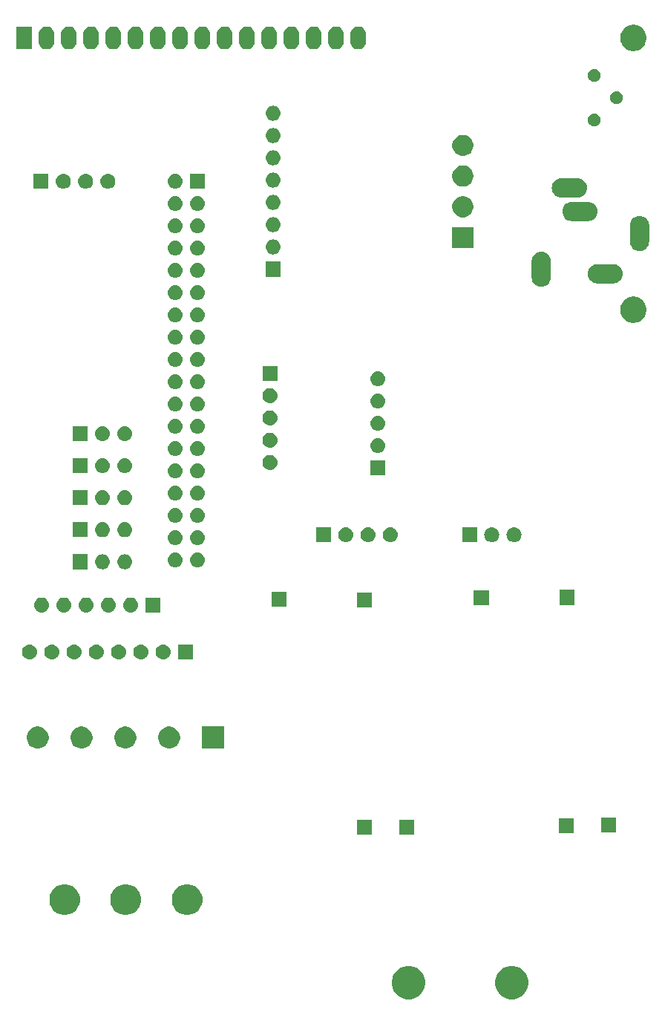
<source format=gbr>
G04 #@! TF.GenerationSoftware,KiCad,Pcbnew,5.0.2-bee76a0~70~ubuntu18.04.1*
G04 #@! TF.CreationDate,2019-04-06T15:38:10-07:00*
G04 #@! TF.ProjectId,Half_Shield,48616c66-5f53-4686-9965-6c642e6b6963,rev?*
G04 #@! TF.SameCoordinates,Original*
G04 #@! TF.FileFunction,Soldermask,Bot*
G04 #@! TF.FilePolarity,Negative*
%FSLAX46Y46*%
G04 Gerber Fmt 4.6, Leading zero omitted, Abs format (unit mm)*
G04 Created by KiCad (PCBNEW 5.0.2-bee76a0~70~ubuntu18.04.1) date Sat 06 Apr 2019 03:38:10 PM PDT*
%MOMM*%
%LPD*%
G01*
G04 APERTURE LIST*
%ADD10C,0.100000*%
G04 APERTURE END LIST*
D10*
G36*
X165654209Y-141479816D02*
X165999986Y-141623041D01*
X166311182Y-141830976D01*
X166575824Y-142095618D01*
X166783759Y-142406814D01*
X166926984Y-142752591D01*
X167000000Y-143119665D01*
X167000000Y-143493935D01*
X166926984Y-143861009D01*
X166783759Y-144206786D01*
X166575824Y-144517982D01*
X166311182Y-144782624D01*
X165999986Y-144990559D01*
X165654209Y-145133784D01*
X165287135Y-145206800D01*
X164912865Y-145206800D01*
X164545791Y-145133784D01*
X164200014Y-144990559D01*
X163888818Y-144782624D01*
X163624176Y-144517982D01*
X163416241Y-144206786D01*
X163273016Y-143861009D01*
X163200000Y-143493935D01*
X163200000Y-143119665D01*
X163273016Y-142752591D01*
X163416241Y-142406814D01*
X163624176Y-142095618D01*
X163888818Y-141830976D01*
X164200014Y-141623041D01*
X164545791Y-141479816D01*
X164912865Y-141406800D01*
X165287135Y-141406800D01*
X165654209Y-141479816D01*
X165654209Y-141479816D01*
G37*
G36*
X153868609Y-141479816D02*
X154214386Y-141623041D01*
X154525582Y-141830976D01*
X154790224Y-142095618D01*
X154998159Y-142406814D01*
X155141384Y-142752591D01*
X155214400Y-143119665D01*
X155214400Y-143493935D01*
X155141384Y-143861009D01*
X154998159Y-144206786D01*
X154790224Y-144517982D01*
X154525582Y-144782624D01*
X154214386Y-144990559D01*
X153868609Y-145133784D01*
X153501535Y-145206800D01*
X153127265Y-145206800D01*
X152760191Y-145133784D01*
X152414414Y-144990559D01*
X152103218Y-144782624D01*
X151838576Y-144517982D01*
X151630641Y-144206786D01*
X151487416Y-143861009D01*
X151414400Y-143493935D01*
X151414400Y-143119665D01*
X151487416Y-142752591D01*
X151630641Y-142406814D01*
X151838576Y-142095618D01*
X152103218Y-141830976D01*
X152414414Y-141623041D01*
X152760191Y-141479816D01*
X153127265Y-141406800D01*
X153501535Y-141406800D01*
X153868609Y-141479816D01*
X153868609Y-141479816D01*
G37*
G36*
X121566856Y-132175251D02*
X121885336Y-132307170D01*
X122171960Y-132498686D01*
X122415714Y-132742440D01*
X122607230Y-133029064D01*
X122739149Y-133347544D01*
X122806400Y-133685640D01*
X122806400Y-134030360D01*
X122739149Y-134368456D01*
X122607230Y-134686936D01*
X122415714Y-134973560D01*
X122171960Y-135217314D01*
X121885336Y-135408830D01*
X121566856Y-135540749D01*
X121228760Y-135608000D01*
X120884040Y-135608000D01*
X120545944Y-135540749D01*
X120227464Y-135408830D01*
X119940840Y-135217314D01*
X119697086Y-134973560D01*
X119505570Y-134686936D01*
X119373651Y-134368456D01*
X119306400Y-134030360D01*
X119306400Y-133685640D01*
X119373651Y-133347544D01*
X119505570Y-133029064D01*
X119697086Y-132742440D01*
X119940840Y-132498686D01*
X120227464Y-132307170D01*
X120545944Y-132175251D01*
X120884040Y-132108000D01*
X121228760Y-132108000D01*
X121566856Y-132175251D01*
X121566856Y-132175251D01*
G37*
G36*
X114607256Y-132175251D02*
X114925736Y-132307170D01*
X115212360Y-132498686D01*
X115456114Y-132742440D01*
X115647630Y-133029064D01*
X115779549Y-133347544D01*
X115846800Y-133685640D01*
X115846800Y-134030360D01*
X115779549Y-134368456D01*
X115647630Y-134686936D01*
X115456114Y-134973560D01*
X115212360Y-135217314D01*
X114925736Y-135408830D01*
X114607256Y-135540749D01*
X114269160Y-135608000D01*
X113924440Y-135608000D01*
X113586344Y-135540749D01*
X113267864Y-135408830D01*
X112981240Y-135217314D01*
X112737486Y-134973560D01*
X112545970Y-134686936D01*
X112414051Y-134368456D01*
X112346800Y-134030360D01*
X112346800Y-133685640D01*
X112414051Y-133347544D01*
X112545970Y-133029064D01*
X112737486Y-132742440D01*
X112981240Y-132498686D01*
X113267864Y-132307170D01*
X113586344Y-132175251D01*
X113924440Y-132108000D01*
X114269160Y-132108000D01*
X114607256Y-132175251D01*
X114607256Y-132175251D01*
G37*
G36*
X128577256Y-132175251D02*
X128895736Y-132307170D01*
X129182360Y-132498686D01*
X129426114Y-132742440D01*
X129617630Y-133029064D01*
X129749549Y-133347544D01*
X129816800Y-133685640D01*
X129816800Y-134030360D01*
X129749549Y-134368456D01*
X129617630Y-134686936D01*
X129426114Y-134973560D01*
X129182360Y-135217314D01*
X128895736Y-135408830D01*
X128577256Y-135540749D01*
X128239160Y-135608000D01*
X127894440Y-135608000D01*
X127556344Y-135540749D01*
X127237864Y-135408830D01*
X126951240Y-135217314D01*
X126707486Y-134973560D01*
X126515970Y-134686936D01*
X126384051Y-134368456D01*
X126316800Y-134030360D01*
X126316800Y-133685640D01*
X126384051Y-133347544D01*
X126515970Y-133029064D01*
X126707486Y-132742440D01*
X126951240Y-132498686D01*
X127237864Y-132307170D01*
X127556344Y-132175251D01*
X127894440Y-132108000D01*
X128239160Y-132108000D01*
X128577256Y-132175251D01*
X128577256Y-132175251D01*
G37*
G36*
X153960949Y-126468646D02*
X152260949Y-126468646D01*
X152260949Y-124768646D01*
X153960949Y-124768646D01*
X153960949Y-126468646D01*
X153960949Y-126468646D01*
G37*
G36*
X149109549Y-126430546D02*
X147409549Y-126430546D01*
X147409549Y-124730546D01*
X149109549Y-124730546D01*
X149109549Y-126430546D01*
X149109549Y-126430546D01*
G37*
G36*
X172161176Y-126245992D02*
X170461176Y-126245992D01*
X170461176Y-124545992D01*
X172161176Y-124545992D01*
X172161176Y-126245992D01*
X172161176Y-126245992D01*
G37*
G36*
X176987176Y-126233292D02*
X175287176Y-126233292D01*
X175287176Y-124533292D01*
X176987176Y-124533292D01*
X176987176Y-126233292D01*
X176987176Y-126233292D01*
G37*
G36*
X111377812Y-114164837D02*
X111605296Y-114259064D01*
X111810031Y-114395864D01*
X111984136Y-114569969D01*
X112120936Y-114774704D01*
X112215163Y-115002188D01*
X112263200Y-115243685D01*
X112263200Y-115489915D01*
X112215163Y-115731412D01*
X112120936Y-115958896D01*
X111984136Y-116163631D01*
X111810031Y-116337736D01*
X111605296Y-116474536D01*
X111377812Y-116568763D01*
X111136315Y-116616800D01*
X110890085Y-116616800D01*
X110648588Y-116568763D01*
X110421104Y-116474536D01*
X110216369Y-116337736D01*
X110042264Y-116163631D01*
X109905464Y-115958896D01*
X109811237Y-115731412D01*
X109763200Y-115489915D01*
X109763200Y-115243685D01*
X109811237Y-115002188D01*
X109905464Y-114774704D01*
X110042264Y-114569969D01*
X110216369Y-114395864D01*
X110421104Y-114259064D01*
X110648588Y-114164837D01*
X110890085Y-114116800D01*
X111136315Y-114116800D01*
X111377812Y-114164837D01*
X111377812Y-114164837D01*
G37*
G36*
X116377812Y-114164837D02*
X116605296Y-114259064D01*
X116810031Y-114395864D01*
X116984136Y-114569969D01*
X117120936Y-114774704D01*
X117215163Y-115002188D01*
X117263200Y-115243685D01*
X117263200Y-115489915D01*
X117215163Y-115731412D01*
X117120936Y-115958896D01*
X116984136Y-116163631D01*
X116810031Y-116337736D01*
X116605296Y-116474536D01*
X116377812Y-116568763D01*
X116136315Y-116616800D01*
X115890085Y-116616800D01*
X115648588Y-116568763D01*
X115421104Y-116474536D01*
X115216369Y-116337736D01*
X115042264Y-116163631D01*
X114905464Y-115958896D01*
X114811237Y-115731412D01*
X114763200Y-115489915D01*
X114763200Y-115243685D01*
X114811237Y-115002188D01*
X114905464Y-114774704D01*
X115042264Y-114569969D01*
X115216369Y-114395864D01*
X115421104Y-114259064D01*
X115648588Y-114164837D01*
X115890085Y-114116800D01*
X116136315Y-114116800D01*
X116377812Y-114164837D01*
X116377812Y-114164837D01*
G37*
G36*
X121377812Y-114164837D02*
X121605296Y-114259064D01*
X121810031Y-114395864D01*
X121984136Y-114569969D01*
X122120936Y-114774704D01*
X122215163Y-115002188D01*
X122263200Y-115243685D01*
X122263200Y-115489915D01*
X122215163Y-115731412D01*
X122120936Y-115958896D01*
X121984136Y-116163631D01*
X121810031Y-116337736D01*
X121605296Y-116474536D01*
X121377812Y-116568763D01*
X121136315Y-116616800D01*
X120890085Y-116616800D01*
X120648588Y-116568763D01*
X120421104Y-116474536D01*
X120216369Y-116337736D01*
X120042264Y-116163631D01*
X119905464Y-115958896D01*
X119811237Y-115731412D01*
X119763200Y-115489915D01*
X119763200Y-115243685D01*
X119811237Y-115002188D01*
X119905464Y-114774704D01*
X120042264Y-114569969D01*
X120216369Y-114395864D01*
X120421104Y-114259064D01*
X120648588Y-114164837D01*
X120890085Y-114116800D01*
X121136315Y-114116800D01*
X121377812Y-114164837D01*
X121377812Y-114164837D01*
G37*
G36*
X126377812Y-114164837D02*
X126605296Y-114259064D01*
X126810031Y-114395864D01*
X126984136Y-114569969D01*
X127120936Y-114774704D01*
X127215163Y-115002188D01*
X127263200Y-115243685D01*
X127263200Y-115489915D01*
X127215163Y-115731412D01*
X127120936Y-115958896D01*
X126984136Y-116163631D01*
X126810031Y-116337736D01*
X126605296Y-116474536D01*
X126377812Y-116568763D01*
X126136315Y-116616800D01*
X125890085Y-116616800D01*
X125648588Y-116568763D01*
X125421104Y-116474536D01*
X125216369Y-116337736D01*
X125042264Y-116163631D01*
X124905464Y-115958896D01*
X124811237Y-115731412D01*
X124763200Y-115489915D01*
X124763200Y-115243685D01*
X124811237Y-115002188D01*
X124905464Y-114774704D01*
X125042264Y-114569969D01*
X125216369Y-114395864D01*
X125421104Y-114259064D01*
X125648588Y-114164837D01*
X125890085Y-114116800D01*
X126136315Y-114116800D01*
X126377812Y-114164837D01*
X126377812Y-114164837D01*
G37*
G36*
X132263200Y-116616800D02*
X129763200Y-116616800D01*
X129763200Y-114116800D01*
X132263200Y-114116800D01*
X132263200Y-116616800D01*
X132263200Y-116616800D01*
G37*
G36*
X112790230Y-104775499D02*
X112950455Y-104824103D01*
X113098120Y-104903031D01*
X113227549Y-105009251D01*
X113333769Y-105138680D01*
X113412697Y-105286345D01*
X113461301Y-105446570D01*
X113477712Y-105613200D01*
X113461301Y-105779830D01*
X113412697Y-105940055D01*
X113333769Y-106087720D01*
X113227549Y-106217149D01*
X113098120Y-106323369D01*
X112950455Y-106402297D01*
X112790230Y-106450901D01*
X112665352Y-106463200D01*
X112581848Y-106463200D01*
X112456970Y-106450901D01*
X112296745Y-106402297D01*
X112149080Y-106323369D01*
X112019651Y-106217149D01*
X111913431Y-106087720D01*
X111834503Y-105940055D01*
X111785899Y-105779830D01*
X111769488Y-105613200D01*
X111785899Y-105446570D01*
X111834503Y-105286345D01*
X111913431Y-105138680D01*
X112019651Y-105009251D01*
X112149080Y-104903031D01*
X112296745Y-104824103D01*
X112456970Y-104775499D01*
X112581848Y-104763200D01*
X112665352Y-104763200D01*
X112790230Y-104775499D01*
X112790230Y-104775499D01*
G37*
G36*
X110250230Y-104775499D02*
X110410455Y-104824103D01*
X110558120Y-104903031D01*
X110687549Y-105009251D01*
X110793769Y-105138680D01*
X110872697Y-105286345D01*
X110921301Y-105446570D01*
X110937712Y-105613200D01*
X110921301Y-105779830D01*
X110872697Y-105940055D01*
X110793769Y-106087720D01*
X110687549Y-106217149D01*
X110558120Y-106323369D01*
X110410455Y-106402297D01*
X110250230Y-106450901D01*
X110125352Y-106463200D01*
X110041848Y-106463200D01*
X109916970Y-106450901D01*
X109756745Y-106402297D01*
X109609080Y-106323369D01*
X109479651Y-106217149D01*
X109373431Y-106087720D01*
X109294503Y-105940055D01*
X109245899Y-105779830D01*
X109229488Y-105613200D01*
X109245899Y-105446570D01*
X109294503Y-105286345D01*
X109373431Y-105138680D01*
X109479651Y-105009251D01*
X109609080Y-104903031D01*
X109756745Y-104824103D01*
X109916970Y-104775499D01*
X110041848Y-104763200D01*
X110125352Y-104763200D01*
X110250230Y-104775499D01*
X110250230Y-104775499D01*
G37*
G36*
X115330230Y-104775499D02*
X115490455Y-104824103D01*
X115638120Y-104903031D01*
X115767549Y-105009251D01*
X115873769Y-105138680D01*
X115952697Y-105286345D01*
X116001301Y-105446570D01*
X116017712Y-105613200D01*
X116001301Y-105779830D01*
X115952697Y-105940055D01*
X115873769Y-106087720D01*
X115767549Y-106217149D01*
X115638120Y-106323369D01*
X115490455Y-106402297D01*
X115330230Y-106450901D01*
X115205352Y-106463200D01*
X115121848Y-106463200D01*
X114996970Y-106450901D01*
X114836745Y-106402297D01*
X114689080Y-106323369D01*
X114559651Y-106217149D01*
X114453431Y-106087720D01*
X114374503Y-105940055D01*
X114325899Y-105779830D01*
X114309488Y-105613200D01*
X114325899Y-105446570D01*
X114374503Y-105286345D01*
X114453431Y-105138680D01*
X114559651Y-105009251D01*
X114689080Y-104903031D01*
X114836745Y-104824103D01*
X114996970Y-104775499D01*
X115121848Y-104763200D01*
X115205352Y-104763200D01*
X115330230Y-104775499D01*
X115330230Y-104775499D01*
G37*
G36*
X128713600Y-106463200D02*
X127013600Y-106463200D01*
X127013600Y-104763200D01*
X128713600Y-104763200D01*
X128713600Y-106463200D01*
X128713600Y-106463200D01*
G37*
G36*
X120410230Y-104775499D02*
X120570455Y-104824103D01*
X120718120Y-104903031D01*
X120847549Y-105009251D01*
X120953769Y-105138680D01*
X121032697Y-105286345D01*
X121081301Y-105446570D01*
X121097712Y-105613200D01*
X121081301Y-105779830D01*
X121032697Y-105940055D01*
X120953769Y-106087720D01*
X120847549Y-106217149D01*
X120718120Y-106323369D01*
X120570455Y-106402297D01*
X120410230Y-106450901D01*
X120285352Y-106463200D01*
X120201848Y-106463200D01*
X120076970Y-106450901D01*
X119916745Y-106402297D01*
X119769080Y-106323369D01*
X119639651Y-106217149D01*
X119533431Y-106087720D01*
X119454503Y-105940055D01*
X119405899Y-105779830D01*
X119389488Y-105613200D01*
X119405899Y-105446570D01*
X119454503Y-105286345D01*
X119533431Y-105138680D01*
X119639651Y-105009251D01*
X119769080Y-104903031D01*
X119916745Y-104824103D01*
X120076970Y-104775499D01*
X120201848Y-104763200D01*
X120285352Y-104763200D01*
X120410230Y-104775499D01*
X120410230Y-104775499D01*
G37*
G36*
X117870230Y-104775499D02*
X118030455Y-104824103D01*
X118178120Y-104903031D01*
X118307549Y-105009251D01*
X118413769Y-105138680D01*
X118492697Y-105286345D01*
X118541301Y-105446570D01*
X118557712Y-105613200D01*
X118541301Y-105779830D01*
X118492697Y-105940055D01*
X118413769Y-106087720D01*
X118307549Y-106217149D01*
X118178120Y-106323369D01*
X118030455Y-106402297D01*
X117870230Y-106450901D01*
X117745352Y-106463200D01*
X117661848Y-106463200D01*
X117536970Y-106450901D01*
X117376745Y-106402297D01*
X117229080Y-106323369D01*
X117099651Y-106217149D01*
X116993431Y-106087720D01*
X116914503Y-105940055D01*
X116865899Y-105779830D01*
X116849488Y-105613200D01*
X116865899Y-105446570D01*
X116914503Y-105286345D01*
X116993431Y-105138680D01*
X117099651Y-105009251D01*
X117229080Y-104903031D01*
X117376745Y-104824103D01*
X117536970Y-104775499D01*
X117661848Y-104763200D01*
X117745352Y-104763200D01*
X117870230Y-104775499D01*
X117870230Y-104775499D01*
G37*
G36*
X125490230Y-104775499D02*
X125650455Y-104824103D01*
X125798120Y-104903031D01*
X125927549Y-105009251D01*
X126033769Y-105138680D01*
X126112697Y-105286345D01*
X126161301Y-105446570D01*
X126177712Y-105613200D01*
X126161301Y-105779830D01*
X126112697Y-105940055D01*
X126033769Y-106087720D01*
X125927549Y-106217149D01*
X125798120Y-106323369D01*
X125650455Y-106402297D01*
X125490230Y-106450901D01*
X125365352Y-106463200D01*
X125281848Y-106463200D01*
X125156970Y-106450901D01*
X124996745Y-106402297D01*
X124849080Y-106323369D01*
X124719651Y-106217149D01*
X124613431Y-106087720D01*
X124534503Y-105940055D01*
X124485899Y-105779830D01*
X124469488Y-105613200D01*
X124485899Y-105446570D01*
X124534503Y-105286345D01*
X124613431Y-105138680D01*
X124719651Y-105009251D01*
X124849080Y-104903031D01*
X124996745Y-104824103D01*
X125156970Y-104775499D01*
X125281848Y-104763200D01*
X125365352Y-104763200D01*
X125490230Y-104775499D01*
X125490230Y-104775499D01*
G37*
G36*
X122950230Y-104775499D02*
X123110455Y-104824103D01*
X123258120Y-104903031D01*
X123387549Y-105009251D01*
X123493769Y-105138680D01*
X123572697Y-105286345D01*
X123621301Y-105446570D01*
X123637712Y-105613200D01*
X123621301Y-105779830D01*
X123572697Y-105940055D01*
X123493769Y-106087720D01*
X123387549Y-106217149D01*
X123258120Y-106323369D01*
X123110455Y-106402297D01*
X122950230Y-106450901D01*
X122825352Y-106463200D01*
X122741848Y-106463200D01*
X122616970Y-106450901D01*
X122456745Y-106402297D01*
X122309080Y-106323369D01*
X122179651Y-106217149D01*
X122073431Y-106087720D01*
X121994503Y-105940055D01*
X121945899Y-105779830D01*
X121929488Y-105613200D01*
X121945899Y-105446570D01*
X121994503Y-105286345D01*
X122073431Y-105138680D01*
X122179651Y-105009251D01*
X122309080Y-104903031D01*
X122456745Y-104824103D01*
X122616970Y-104775499D01*
X122741848Y-104763200D01*
X122825352Y-104763200D01*
X122950230Y-104775499D01*
X122950230Y-104775499D01*
G37*
G36*
X111621830Y-99428799D02*
X111782055Y-99477403D01*
X111929720Y-99556331D01*
X112059149Y-99662551D01*
X112165369Y-99791980D01*
X112244297Y-99939645D01*
X112292901Y-100099870D01*
X112309312Y-100266500D01*
X112292901Y-100433130D01*
X112244297Y-100593355D01*
X112165369Y-100741020D01*
X112059149Y-100870449D01*
X111929720Y-100976669D01*
X111782055Y-101055597D01*
X111621830Y-101104201D01*
X111496952Y-101116500D01*
X111413448Y-101116500D01*
X111288570Y-101104201D01*
X111128345Y-101055597D01*
X110980680Y-100976669D01*
X110851251Y-100870449D01*
X110745031Y-100741020D01*
X110666103Y-100593355D01*
X110617499Y-100433130D01*
X110601088Y-100266500D01*
X110617499Y-100099870D01*
X110666103Y-99939645D01*
X110745031Y-99791980D01*
X110851251Y-99662551D01*
X110980680Y-99556331D01*
X111128345Y-99477403D01*
X111288570Y-99428799D01*
X111413448Y-99416500D01*
X111496952Y-99416500D01*
X111621830Y-99428799D01*
X111621830Y-99428799D01*
G37*
G36*
X116701830Y-99428799D02*
X116862055Y-99477403D01*
X117009720Y-99556331D01*
X117139149Y-99662551D01*
X117245369Y-99791980D01*
X117324297Y-99939645D01*
X117372901Y-100099870D01*
X117389312Y-100266500D01*
X117372901Y-100433130D01*
X117324297Y-100593355D01*
X117245369Y-100741020D01*
X117139149Y-100870449D01*
X117009720Y-100976669D01*
X116862055Y-101055597D01*
X116701830Y-101104201D01*
X116576952Y-101116500D01*
X116493448Y-101116500D01*
X116368570Y-101104201D01*
X116208345Y-101055597D01*
X116060680Y-100976669D01*
X115931251Y-100870449D01*
X115825031Y-100741020D01*
X115746103Y-100593355D01*
X115697499Y-100433130D01*
X115681088Y-100266500D01*
X115697499Y-100099870D01*
X115746103Y-99939645D01*
X115825031Y-99791980D01*
X115931251Y-99662551D01*
X116060680Y-99556331D01*
X116208345Y-99477403D01*
X116368570Y-99428799D01*
X116493448Y-99416500D01*
X116576952Y-99416500D01*
X116701830Y-99428799D01*
X116701830Y-99428799D01*
G37*
G36*
X119241830Y-99428799D02*
X119402055Y-99477403D01*
X119549720Y-99556331D01*
X119679149Y-99662551D01*
X119785369Y-99791980D01*
X119864297Y-99939645D01*
X119912901Y-100099870D01*
X119929312Y-100266500D01*
X119912901Y-100433130D01*
X119864297Y-100593355D01*
X119785369Y-100741020D01*
X119679149Y-100870449D01*
X119549720Y-100976669D01*
X119402055Y-101055597D01*
X119241830Y-101104201D01*
X119116952Y-101116500D01*
X119033448Y-101116500D01*
X118908570Y-101104201D01*
X118748345Y-101055597D01*
X118600680Y-100976669D01*
X118471251Y-100870449D01*
X118365031Y-100741020D01*
X118286103Y-100593355D01*
X118237499Y-100433130D01*
X118221088Y-100266500D01*
X118237499Y-100099870D01*
X118286103Y-99939645D01*
X118365031Y-99791980D01*
X118471251Y-99662551D01*
X118600680Y-99556331D01*
X118748345Y-99477403D01*
X118908570Y-99428799D01*
X119033448Y-99416500D01*
X119116952Y-99416500D01*
X119241830Y-99428799D01*
X119241830Y-99428799D01*
G37*
G36*
X121781830Y-99428799D02*
X121942055Y-99477403D01*
X122089720Y-99556331D01*
X122219149Y-99662551D01*
X122325369Y-99791980D01*
X122404297Y-99939645D01*
X122452901Y-100099870D01*
X122469312Y-100266500D01*
X122452901Y-100433130D01*
X122404297Y-100593355D01*
X122325369Y-100741020D01*
X122219149Y-100870449D01*
X122089720Y-100976669D01*
X121942055Y-101055597D01*
X121781830Y-101104201D01*
X121656952Y-101116500D01*
X121573448Y-101116500D01*
X121448570Y-101104201D01*
X121288345Y-101055597D01*
X121140680Y-100976669D01*
X121011251Y-100870449D01*
X120905031Y-100741020D01*
X120826103Y-100593355D01*
X120777499Y-100433130D01*
X120761088Y-100266500D01*
X120777499Y-100099870D01*
X120826103Y-99939645D01*
X120905031Y-99791980D01*
X121011251Y-99662551D01*
X121140680Y-99556331D01*
X121288345Y-99477403D01*
X121448570Y-99428799D01*
X121573448Y-99416500D01*
X121656952Y-99416500D01*
X121781830Y-99428799D01*
X121781830Y-99428799D01*
G37*
G36*
X125005200Y-101116500D02*
X123305200Y-101116500D01*
X123305200Y-99416500D01*
X125005200Y-99416500D01*
X125005200Y-101116500D01*
X125005200Y-101116500D01*
G37*
G36*
X114161830Y-99428799D02*
X114322055Y-99477403D01*
X114469720Y-99556331D01*
X114599149Y-99662551D01*
X114705369Y-99791980D01*
X114784297Y-99939645D01*
X114832901Y-100099870D01*
X114849312Y-100266500D01*
X114832901Y-100433130D01*
X114784297Y-100593355D01*
X114705369Y-100741020D01*
X114599149Y-100870449D01*
X114469720Y-100976669D01*
X114322055Y-101055597D01*
X114161830Y-101104201D01*
X114036952Y-101116500D01*
X113953448Y-101116500D01*
X113828570Y-101104201D01*
X113668345Y-101055597D01*
X113520680Y-100976669D01*
X113391251Y-100870449D01*
X113285031Y-100741020D01*
X113206103Y-100593355D01*
X113157499Y-100433130D01*
X113141088Y-100266500D01*
X113157499Y-100099870D01*
X113206103Y-99939645D01*
X113285031Y-99791980D01*
X113391251Y-99662551D01*
X113520680Y-99556331D01*
X113668345Y-99477403D01*
X113828570Y-99428799D01*
X113953448Y-99416500D01*
X114036952Y-99416500D01*
X114161830Y-99428799D01*
X114161830Y-99428799D01*
G37*
G36*
X149173049Y-100509846D02*
X147473049Y-100509846D01*
X147473049Y-98809846D01*
X149173049Y-98809846D01*
X149173049Y-100509846D01*
X149173049Y-100509846D01*
G37*
G36*
X139432400Y-100468800D02*
X137732400Y-100468800D01*
X137732400Y-98768800D01*
X139432400Y-98768800D01*
X139432400Y-100468800D01*
X139432400Y-100468800D01*
G37*
G36*
X162471076Y-100299892D02*
X160771076Y-100299892D01*
X160771076Y-98599892D01*
X162471076Y-98599892D01*
X162471076Y-100299892D01*
X162471076Y-100299892D01*
G37*
G36*
X172250076Y-100249092D02*
X170550076Y-100249092D01*
X170550076Y-98549092D01*
X172250076Y-98549092D01*
X172250076Y-100249092D01*
X172250076Y-100249092D01*
G37*
G36*
X116716158Y-96182960D02*
X115016158Y-96182960D01*
X115016158Y-94482960D01*
X116716158Y-94482960D01*
X116716158Y-96182960D01*
X116716158Y-96182960D01*
G37*
G36*
X118572788Y-94495259D02*
X118733013Y-94543863D01*
X118880678Y-94622791D01*
X119010107Y-94729011D01*
X119116327Y-94858440D01*
X119195255Y-95006105D01*
X119243859Y-95166330D01*
X119260270Y-95332960D01*
X119243859Y-95499590D01*
X119195255Y-95659815D01*
X119116327Y-95807480D01*
X119010107Y-95936909D01*
X118880678Y-96043129D01*
X118733013Y-96122057D01*
X118572788Y-96170661D01*
X118447910Y-96182960D01*
X118364406Y-96182960D01*
X118239528Y-96170661D01*
X118079303Y-96122057D01*
X117931638Y-96043129D01*
X117802209Y-95936909D01*
X117695989Y-95807480D01*
X117617061Y-95659815D01*
X117568457Y-95499590D01*
X117552046Y-95332960D01*
X117568457Y-95166330D01*
X117617061Y-95006105D01*
X117695989Y-94858440D01*
X117802209Y-94729011D01*
X117931638Y-94622791D01*
X118079303Y-94543863D01*
X118239528Y-94495259D01*
X118364406Y-94482960D01*
X118447910Y-94482960D01*
X118572788Y-94495259D01*
X118572788Y-94495259D01*
G37*
G36*
X121112788Y-94495259D02*
X121273013Y-94543863D01*
X121420678Y-94622791D01*
X121550107Y-94729011D01*
X121656327Y-94858440D01*
X121735255Y-95006105D01*
X121783859Y-95166330D01*
X121800270Y-95332960D01*
X121783859Y-95499590D01*
X121735255Y-95659815D01*
X121656327Y-95807480D01*
X121550107Y-95936909D01*
X121420678Y-96043129D01*
X121273013Y-96122057D01*
X121112788Y-96170661D01*
X120987910Y-96182960D01*
X120904406Y-96182960D01*
X120779528Y-96170661D01*
X120619303Y-96122057D01*
X120471638Y-96043129D01*
X120342209Y-95936909D01*
X120235989Y-95807480D01*
X120157061Y-95659815D01*
X120108457Y-95499590D01*
X120092046Y-95332960D01*
X120108457Y-95166330D01*
X120157061Y-95006105D01*
X120235989Y-94858440D01*
X120342209Y-94729011D01*
X120471638Y-94622791D01*
X120619303Y-94543863D01*
X120779528Y-94495259D01*
X120904406Y-94482960D01*
X120987910Y-94482960D01*
X121112788Y-94495259D01*
X121112788Y-94495259D01*
G37*
G36*
X126861830Y-94297999D02*
X127022055Y-94346603D01*
X127169720Y-94425531D01*
X127299149Y-94531751D01*
X127405369Y-94661180D01*
X127484297Y-94808845D01*
X127532901Y-94969070D01*
X127549312Y-95135700D01*
X127532901Y-95302330D01*
X127484297Y-95462555D01*
X127405369Y-95610220D01*
X127299149Y-95739649D01*
X127169720Y-95845869D01*
X127022055Y-95924797D01*
X126861830Y-95973401D01*
X126736952Y-95985700D01*
X126653448Y-95985700D01*
X126528570Y-95973401D01*
X126368345Y-95924797D01*
X126220680Y-95845869D01*
X126091251Y-95739649D01*
X125985031Y-95610220D01*
X125906103Y-95462555D01*
X125857499Y-95302330D01*
X125841088Y-95135700D01*
X125857499Y-94969070D01*
X125906103Y-94808845D01*
X125985031Y-94661180D01*
X126091251Y-94531751D01*
X126220680Y-94425531D01*
X126368345Y-94346603D01*
X126528570Y-94297999D01*
X126653448Y-94285700D01*
X126736952Y-94285700D01*
X126861830Y-94297999D01*
X126861830Y-94297999D01*
G37*
G36*
X129401830Y-94297999D02*
X129562055Y-94346603D01*
X129709720Y-94425531D01*
X129839149Y-94531751D01*
X129945369Y-94661180D01*
X130024297Y-94808845D01*
X130072901Y-94969070D01*
X130089312Y-95135700D01*
X130072901Y-95302330D01*
X130024297Y-95462555D01*
X129945369Y-95610220D01*
X129839149Y-95739649D01*
X129709720Y-95845869D01*
X129562055Y-95924797D01*
X129401830Y-95973401D01*
X129276952Y-95985700D01*
X129193448Y-95985700D01*
X129068570Y-95973401D01*
X128908345Y-95924797D01*
X128760680Y-95845869D01*
X128631251Y-95739649D01*
X128525031Y-95610220D01*
X128446103Y-95462555D01*
X128397499Y-95302330D01*
X128381088Y-95135700D01*
X128397499Y-94969070D01*
X128446103Y-94808845D01*
X128525031Y-94661180D01*
X128631251Y-94531751D01*
X128760680Y-94425531D01*
X128908345Y-94346603D01*
X129068570Y-94297999D01*
X129193448Y-94285700D01*
X129276952Y-94285700D01*
X129401830Y-94297999D01*
X129401830Y-94297999D01*
G37*
G36*
X129401830Y-91757999D02*
X129562055Y-91806603D01*
X129709720Y-91885531D01*
X129839149Y-91991751D01*
X129945369Y-92121180D01*
X130024297Y-92268845D01*
X130072901Y-92429070D01*
X130089312Y-92595700D01*
X130072901Y-92762330D01*
X130024297Y-92922555D01*
X129945369Y-93070220D01*
X129839149Y-93199649D01*
X129709720Y-93305869D01*
X129562055Y-93384797D01*
X129401830Y-93433401D01*
X129276952Y-93445700D01*
X129193448Y-93445700D01*
X129068570Y-93433401D01*
X128908345Y-93384797D01*
X128760680Y-93305869D01*
X128631251Y-93199649D01*
X128525031Y-93070220D01*
X128446103Y-92922555D01*
X128397499Y-92762330D01*
X128381088Y-92595700D01*
X128397499Y-92429070D01*
X128446103Y-92268845D01*
X128525031Y-92121180D01*
X128631251Y-91991751D01*
X128760680Y-91885531D01*
X128908345Y-91806603D01*
X129068570Y-91757999D01*
X129193448Y-91745700D01*
X129276952Y-91745700D01*
X129401830Y-91757999D01*
X129401830Y-91757999D01*
G37*
G36*
X126861830Y-91757999D02*
X127022055Y-91806603D01*
X127169720Y-91885531D01*
X127299149Y-91991751D01*
X127405369Y-92121180D01*
X127484297Y-92268845D01*
X127532901Y-92429070D01*
X127549312Y-92595700D01*
X127532901Y-92762330D01*
X127484297Y-92922555D01*
X127405369Y-93070220D01*
X127299149Y-93199649D01*
X127169720Y-93305869D01*
X127022055Y-93384797D01*
X126861830Y-93433401D01*
X126736952Y-93445700D01*
X126653448Y-93445700D01*
X126528570Y-93433401D01*
X126368345Y-93384797D01*
X126220680Y-93305869D01*
X126091251Y-93199649D01*
X125985031Y-93070220D01*
X125906103Y-92922555D01*
X125857499Y-92762330D01*
X125841088Y-92595700D01*
X125857499Y-92429070D01*
X125906103Y-92268845D01*
X125985031Y-92121180D01*
X126091251Y-91991751D01*
X126220680Y-91885531D01*
X126368345Y-91806603D01*
X126528570Y-91757999D01*
X126653448Y-91745700D01*
X126736952Y-91745700D01*
X126861830Y-91757999D01*
X126861830Y-91757999D01*
G37*
G36*
X148858230Y-91415099D02*
X149018455Y-91463703D01*
X149166120Y-91542631D01*
X149295549Y-91648851D01*
X149401769Y-91778280D01*
X149480697Y-91925945D01*
X149529301Y-92086170D01*
X149545712Y-92252800D01*
X149529301Y-92419430D01*
X149480697Y-92579655D01*
X149401769Y-92727320D01*
X149295549Y-92856749D01*
X149166120Y-92962969D01*
X149018455Y-93041897D01*
X148858230Y-93090501D01*
X148733352Y-93102800D01*
X148649848Y-93102800D01*
X148524970Y-93090501D01*
X148364745Y-93041897D01*
X148217080Y-92962969D01*
X148087651Y-92856749D01*
X147981431Y-92727320D01*
X147902503Y-92579655D01*
X147853899Y-92419430D01*
X147837488Y-92252800D01*
X147853899Y-92086170D01*
X147902503Y-91925945D01*
X147981431Y-91778280D01*
X148087651Y-91648851D01*
X148217080Y-91542631D01*
X148364745Y-91463703D01*
X148524970Y-91415099D01*
X148649848Y-91402800D01*
X148733352Y-91402800D01*
X148858230Y-91415099D01*
X148858230Y-91415099D01*
G37*
G36*
X146318230Y-91415099D02*
X146478455Y-91463703D01*
X146626120Y-91542631D01*
X146755549Y-91648851D01*
X146861769Y-91778280D01*
X146940697Y-91925945D01*
X146989301Y-92086170D01*
X147005712Y-92252800D01*
X146989301Y-92419430D01*
X146940697Y-92579655D01*
X146861769Y-92727320D01*
X146755549Y-92856749D01*
X146626120Y-92962969D01*
X146478455Y-93041897D01*
X146318230Y-93090501D01*
X146193352Y-93102800D01*
X146109848Y-93102800D01*
X145984970Y-93090501D01*
X145824745Y-93041897D01*
X145677080Y-92962969D01*
X145547651Y-92856749D01*
X145441431Y-92727320D01*
X145362503Y-92579655D01*
X145313899Y-92419430D01*
X145297488Y-92252800D01*
X145313899Y-92086170D01*
X145362503Y-91925945D01*
X145441431Y-91778280D01*
X145547651Y-91648851D01*
X145677080Y-91542631D01*
X145824745Y-91463703D01*
X145984970Y-91415099D01*
X146109848Y-91402800D01*
X146193352Y-91402800D01*
X146318230Y-91415099D01*
X146318230Y-91415099D01*
G37*
G36*
X162980630Y-91415099D02*
X163140855Y-91463703D01*
X163288520Y-91542631D01*
X163417949Y-91648851D01*
X163524169Y-91778280D01*
X163603097Y-91925945D01*
X163651701Y-92086170D01*
X163668112Y-92252800D01*
X163651701Y-92419430D01*
X163603097Y-92579655D01*
X163524169Y-92727320D01*
X163417949Y-92856749D01*
X163288520Y-92962969D01*
X163140855Y-93041897D01*
X162980630Y-93090501D01*
X162855752Y-93102800D01*
X162772248Y-93102800D01*
X162647370Y-93090501D01*
X162487145Y-93041897D01*
X162339480Y-92962969D01*
X162210051Y-92856749D01*
X162103831Y-92727320D01*
X162024903Y-92579655D01*
X161976299Y-92419430D01*
X161959888Y-92252800D01*
X161976299Y-92086170D01*
X162024903Y-91925945D01*
X162103831Y-91778280D01*
X162210051Y-91648851D01*
X162339480Y-91542631D01*
X162487145Y-91463703D01*
X162647370Y-91415099D01*
X162772248Y-91402800D01*
X162855752Y-91402800D01*
X162980630Y-91415099D01*
X162980630Y-91415099D01*
G37*
G36*
X161124000Y-93102800D02*
X159424000Y-93102800D01*
X159424000Y-91402800D01*
X161124000Y-91402800D01*
X161124000Y-93102800D01*
X161124000Y-93102800D01*
G37*
G36*
X165520630Y-91415099D02*
X165680855Y-91463703D01*
X165828520Y-91542631D01*
X165957949Y-91648851D01*
X166064169Y-91778280D01*
X166143097Y-91925945D01*
X166191701Y-92086170D01*
X166208112Y-92252800D01*
X166191701Y-92419430D01*
X166143097Y-92579655D01*
X166064169Y-92727320D01*
X165957949Y-92856749D01*
X165828520Y-92962969D01*
X165680855Y-93041897D01*
X165520630Y-93090501D01*
X165395752Y-93102800D01*
X165312248Y-93102800D01*
X165187370Y-93090501D01*
X165027145Y-93041897D01*
X164879480Y-92962969D01*
X164750051Y-92856749D01*
X164643831Y-92727320D01*
X164564903Y-92579655D01*
X164516299Y-92419430D01*
X164499888Y-92252800D01*
X164516299Y-92086170D01*
X164564903Y-91925945D01*
X164643831Y-91778280D01*
X164750051Y-91648851D01*
X164879480Y-91542631D01*
X165027145Y-91463703D01*
X165187370Y-91415099D01*
X165312248Y-91402800D01*
X165395752Y-91402800D01*
X165520630Y-91415099D01*
X165520630Y-91415099D01*
G37*
G36*
X144461600Y-93102800D02*
X142761600Y-93102800D01*
X142761600Y-91402800D01*
X144461600Y-91402800D01*
X144461600Y-93102800D01*
X144461600Y-93102800D01*
G37*
G36*
X151398230Y-91415099D02*
X151558455Y-91463703D01*
X151706120Y-91542631D01*
X151835549Y-91648851D01*
X151941769Y-91778280D01*
X152020697Y-91925945D01*
X152069301Y-92086170D01*
X152085712Y-92252800D01*
X152069301Y-92419430D01*
X152020697Y-92579655D01*
X151941769Y-92727320D01*
X151835549Y-92856749D01*
X151706120Y-92962969D01*
X151558455Y-93041897D01*
X151398230Y-93090501D01*
X151273352Y-93102800D01*
X151189848Y-93102800D01*
X151064970Y-93090501D01*
X150904745Y-93041897D01*
X150757080Y-92962969D01*
X150627651Y-92856749D01*
X150521431Y-92727320D01*
X150442503Y-92579655D01*
X150393899Y-92419430D01*
X150377488Y-92252800D01*
X150393899Y-92086170D01*
X150442503Y-91925945D01*
X150521431Y-91778280D01*
X150627651Y-91648851D01*
X150757080Y-91542631D01*
X150904745Y-91463703D01*
X151064970Y-91415099D01*
X151189848Y-91402800D01*
X151273352Y-91402800D01*
X151398230Y-91415099D01*
X151398230Y-91415099D01*
G37*
G36*
X116716158Y-92532960D02*
X115016158Y-92532960D01*
X115016158Y-90832960D01*
X116716158Y-90832960D01*
X116716158Y-92532960D01*
X116716158Y-92532960D01*
G37*
G36*
X118572788Y-90845259D02*
X118733013Y-90893863D01*
X118880678Y-90972791D01*
X119010107Y-91079011D01*
X119116327Y-91208440D01*
X119195255Y-91356105D01*
X119243859Y-91516330D01*
X119260270Y-91682960D01*
X119243859Y-91849590D01*
X119195255Y-92009815D01*
X119116327Y-92157480D01*
X119010107Y-92286909D01*
X118880678Y-92393129D01*
X118733013Y-92472057D01*
X118572788Y-92520661D01*
X118447910Y-92532960D01*
X118364406Y-92532960D01*
X118239528Y-92520661D01*
X118079303Y-92472057D01*
X117931638Y-92393129D01*
X117802209Y-92286909D01*
X117695989Y-92157480D01*
X117617061Y-92009815D01*
X117568457Y-91849590D01*
X117552046Y-91682960D01*
X117568457Y-91516330D01*
X117617061Y-91356105D01*
X117695989Y-91208440D01*
X117802209Y-91079011D01*
X117931638Y-90972791D01*
X118079303Y-90893863D01*
X118239528Y-90845259D01*
X118364406Y-90832960D01*
X118447910Y-90832960D01*
X118572788Y-90845259D01*
X118572788Y-90845259D01*
G37*
G36*
X121112788Y-90845259D02*
X121273013Y-90893863D01*
X121420678Y-90972791D01*
X121550107Y-91079011D01*
X121656327Y-91208440D01*
X121735255Y-91356105D01*
X121783859Y-91516330D01*
X121800270Y-91682960D01*
X121783859Y-91849590D01*
X121735255Y-92009815D01*
X121656327Y-92157480D01*
X121550107Y-92286909D01*
X121420678Y-92393129D01*
X121273013Y-92472057D01*
X121112788Y-92520661D01*
X120987910Y-92532960D01*
X120904406Y-92532960D01*
X120779528Y-92520661D01*
X120619303Y-92472057D01*
X120471638Y-92393129D01*
X120342209Y-92286909D01*
X120235989Y-92157480D01*
X120157061Y-92009815D01*
X120108457Y-91849590D01*
X120092046Y-91682960D01*
X120108457Y-91516330D01*
X120157061Y-91356105D01*
X120235989Y-91208440D01*
X120342209Y-91079011D01*
X120471638Y-90972791D01*
X120619303Y-90893863D01*
X120779528Y-90845259D01*
X120904406Y-90832960D01*
X120987910Y-90832960D01*
X121112788Y-90845259D01*
X121112788Y-90845259D01*
G37*
G36*
X126861830Y-89217999D02*
X127022055Y-89266603D01*
X127169720Y-89345531D01*
X127299149Y-89451751D01*
X127405369Y-89581180D01*
X127484297Y-89728845D01*
X127532901Y-89889070D01*
X127549312Y-90055700D01*
X127532901Y-90222330D01*
X127484297Y-90382555D01*
X127405369Y-90530220D01*
X127299149Y-90659649D01*
X127169720Y-90765869D01*
X127022055Y-90844797D01*
X126861830Y-90893401D01*
X126736952Y-90905700D01*
X126653448Y-90905700D01*
X126528570Y-90893401D01*
X126368345Y-90844797D01*
X126220680Y-90765869D01*
X126091251Y-90659649D01*
X125985031Y-90530220D01*
X125906103Y-90382555D01*
X125857499Y-90222330D01*
X125841088Y-90055700D01*
X125857499Y-89889070D01*
X125906103Y-89728845D01*
X125985031Y-89581180D01*
X126091251Y-89451751D01*
X126220680Y-89345531D01*
X126368345Y-89266603D01*
X126528570Y-89217999D01*
X126653448Y-89205700D01*
X126736952Y-89205700D01*
X126861830Y-89217999D01*
X126861830Y-89217999D01*
G37*
G36*
X129401830Y-89217999D02*
X129562055Y-89266603D01*
X129709720Y-89345531D01*
X129839149Y-89451751D01*
X129945369Y-89581180D01*
X130024297Y-89728845D01*
X130072901Y-89889070D01*
X130089312Y-90055700D01*
X130072901Y-90222330D01*
X130024297Y-90382555D01*
X129945369Y-90530220D01*
X129839149Y-90659649D01*
X129709720Y-90765869D01*
X129562055Y-90844797D01*
X129401830Y-90893401D01*
X129276952Y-90905700D01*
X129193448Y-90905700D01*
X129068570Y-90893401D01*
X128908345Y-90844797D01*
X128760680Y-90765869D01*
X128631251Y-90659649D01*
X128525031Y-90530220D01*
X128446103Y-90382555D01*
X128397499Y-90222330D01*
X128381088Y-90055700D01*
X128397499Y-89889070D01*
X128446103Y-89728845D01*
X128525031Y-89581180D01*
X128631251Y-89451751D01*
X128760680Y-89345531D01*
X128908345Y-89266603D01*
X129068570Y-89217999D01*
X129193448Y-89205700D01*
X129276952Y-89205700D01*
X129401830Y-89217999D01*
X129401830Y-89217999D01*
G37*
G36*
X118572788Y-87195259D02*
X118733013Y-87243863D01*
X118880678Y-87322791D01*
X119010107Y-87429011D01*
X119116327Y-87558440D01*
X119195255Y-87706105D01*
X119243859Y-87866330D01*
X119260270Y-88032960D01*
X119243859Y-88199590D01*
X119195255Y-88359815D01*
X119116327Y-88507480D01*
X119010107Y-88636909D01*
X118880678Y-88743129D01*
X118733013Y-88822057D01*
X118572788Y-88870661D01*
X118447910Y-88882960D01*
X118364406Y-88882960D01*
X118239528Y-88870661D01*
X118079303Y-88822057D01*
X117931638Y-88743129D01*
X117802209Y-88636909D01*
X117695989Y-88507480D01*
X117617061Y-88359815D01*
X117568457Y-88199590D01*
X117552046Y-88032960D01*
X117568457Y-87866330D01*
X117617061Y-87706105D01*
X117695989Y-87558440D01*
X117802209Y-87429011D01*
X117931638Y-87322791D01*
X118079303Y-87243863D01*
X118239528Y-87195259D01*
X118364406Y-87182960D01*
X118447910Y-87182960D01*
X118572788Y-87195259D01*
X118572788Y-87195259D01*
G37*
G36*
X121112788Y-87195259D02*
X121273013Y-87243863D01*
X121420678Y-87322791D01*
X121550107Y-87429011D01*
X121656327Y-87558440D01*
X121735255Y-87706105D01*
X121783859Y-87866330D01*
X121800270Y-88032960D01*
X121783859Y-88199590D01*
X121735255Y-88359815D01*
X121656327Y-88507480D01*
X121550107Y-88636909D01*
X121420678Y-88743129D01*
X121273013Y-88822057D01*
X121112788Y-88870661D01*
X120987910Y-88882960D01*
X120904406Y-88882960D01*
X120779528Y-88870661D01*
X120619303Y-88822057D01*
X120471638Y-88743129D01*
X120342209Y-88636909D01*
X120235989Y-88507480D01*
X120157061Y-88359815D01*
X120108457Y-88199590D01*
X120092046Y-88032960D01*
X120108457Y-87866330D01*
X120157061Y-87706105D01*
X120235989Y-87558440D01*
X120342209Y-87429011D01*
X120471638Y-87322791D01*
X120619303Y-87243863D01*
X120779528Y-87195259D01*
X120904406Y-87182960D01*
X120987910Y-87182960D01*
X121112788Y-87195259D01*
X121112788Y-87195259D01*
G37*
G36*
X116716158Y-88882960D02*
X115016158Y-88882960D01*
X115016158Y-87182960D01*
X116716158Y-87182960D01*
X116716158Y-88882960D01*
X116716158Y-88882960D01*
G37*
G36*
X129401830Y-86677999D02*
X129562055Y-86726603D01*
X129709720Y-86805531D01*
X129839149Y-86911751D01*
X129945369Y-87041180D01*
X130024297Y-87188845D01*
X130072901Y-87349070D01*
X130089312Y-87515700D01*
X130072901Y-87682330D01*
X130024297Y-87842555D01*
X129945369Y-87990220D01*
X129839149Y-88119649D01*
X129709720Y-88225869D01*
X129562055Y-88304797D01*
X129401830Y-88353401D01*
X129276952Y-88365700D01*
X129193448Y-88365700D01*
X129068570Y-88353401D01*
X128908345Y-88304797D01*
X128760680Y-88225869D01*
X128631251Y-88119649D01*
X128525031Y-87990220D01*
X128446103Y-87842555D01*
X128397499Y-87682330D01*
X128381088Y-87515700D01*
X128397499Y-87349070D01*
X128446103Y-87188845D01*
X128525031Y-87041180D01*
X128631251Y-86911751D01*
X128760680Y-86805531D01*
X128908345Y-86726603D01*
X129068570Y-86677999D01*
X129193448Y-86665700D01*
X129276952Y-86665700D01*
X129401830Y-86677999D01*
X129401830Y-86677999D01*
G37*
G36*
X126861830Y-86677999D02*
X127022055Y-86726603D01*
X127169720Y-86805531D01*
X127299149Y-86911751D01*
X127405369Y-87041180D01*
X127484297Y-87188845D01*
X127532901Y-87349070D01*
X127549312Y-87515700D01*
X127532901Y-87682330D01*
X127484297Y-87842555D01*
X127405369Y-87990220D01*
X127299149Y-88119649D01*
X127169720Y-88225869D01*
X127022055Y-88304797D01*
X126861830Y-88353401D01*
X126736952Y-88365700D01*
X126653448Y-88365700D01*
X126528570Y-88353401D01*
X126368345Y-88304797D01*
X126220680Y-88225869D01*
X126091251Y-88119649D01*
X125985031Y-87990220D01*
X125906103Y-87842555D01*
X125857499Y-87682330D01*
X125841088Y-87515700D01*
X125857499Y-87349070D01*
X125906103Y-87188845D01*
X125985031Y-87041180D01*
X126091251Y-86911751D01*
X126220680Y-86805531D01*
X126368345Y-86726603D01*
X126528570Y-86677999D01*
X126653448Y-86665700D01*
X126736952Y-86665700D01*
X126861830Y-86677999D01*
X126861830Y-86677999D01*
G37*
G36*
X126861830Y-84137999D02*
X127022055Y-84186603D01*
X127169720Y-84265531D01*
X127299149Y-84371751D01*
X127405369Y-84501180D01*
X127484297Y-84648845D01*
X127532901Y-84809070D01*
X127549312Y-84975700D01*
X127532901Y-85142330D01*
X127484297Y-85302555D01*
X127405369Y-85450220D01*
X127299149Y-85579649D01*
X127169720Y-85685869D01*
X127022055Y-85764797D01*
X126861830Y-85813401D01*
X126736952Y-85825700D01*
X126653448Y-85825700D01*
X126528570Y-85813401D01*
X126368345Y-85764797D01*
X126220680Y-85685869D01*
X126091251Y-85579649D01*
X125985031Y-85450220D01*
X125906103Y-85302555D01*
X125857499Y-85142330D01*
X125841088Y-84975700D01*
X125857499Y-84809070D01*
X125906103Y-84648845D01*
X125985031Y-84501180D01*
X126091251Y-84371751D01*
X126220680Y-84265531D01*
X126368345Y-84186603D01*
X126528570Y-84137999D01*
X126653448Y-84125700D01*
X126736952Y-84125700D01*
X126861830Y-84137999D01*
X126861830Y-84137999D01*
G37*
G36*
X129401830Y-84137999D02*
X129562055Y-84186603D01*
X129709720Y-84265531D01*
X129839149Y-84371751D01*
X129945369Y-84501180D01*
X130024297Y-84648845D01*
X130072901Y-84809070D01*
X130089312Y-84975700D01*
X130072901Y-85142330D01*
X130024297Y-85302555D01*
X129945369Y-85450220D01*
X129839149Y-85579649D01*
X129709720Y-85685869D01*
X129562055Y-85764797D01*
X129401830Y-85813401D01*
X129276952Y-85825700D01*
X129193448Y-85825700D01*
X129068570Y-85813401D01*
X128908345Y-85764797D01*
X128760680Y-85685869D01*
X128631251Y-85579649D01*
X128525031Y-85450220D01*
X128446103Y-85302555D01*
X128397499Y-85142330D01*
X128381088Y-84975700D01*
X128397499Y-84809070D01*
X128446103Y-84648845D01*
X128525031Y-84501180D01*
X128631251Y-84371751D01*
X128760680Y-84265531D01*
X128908345Y-84186603D01*
X129068570Y-84137999D01*
X129193448Y-84125700D01*
X129276952Y-84125700D01*
X129401830Y-84137999D01*
X129401830Y-84137999D01*
G37*
G36*
X150659200Y-85482800D02*
X148959200Y-85482800D01*
X148959200Y-83782800D01*
X150659200Y-83782800D01*
X150659200Y-85482800D01*
X150659200Y-85482800D01*
G37*
G36*
X121112788Y-83545259D02*
X121273013Y-83593863D01*
X121420678Y-83672791D01*
X121550107Y-83779011D01*
X121656327Y-83908440D01*
X121735255Y-84056105D01*
X121783859Y-84216330D01*
X121800270Y-84382960D01*
X121783859Y-84549590D01*
X121735255Y-84709815D01*
X121656327Y-84857480D01*
X121550107Y-84986909D01*
X121420678Y-85093129D01*
X121273013Y-85172057D01*
X121112788Y-85220661D01*
X120987910Y-85232960D01*
X120904406Y-85232960D01*
X120779528Y-85220661D01*
X120619303Y-85172057D01*
X120471638Y-85093129D01*
X120342209Y-84986909D01*
X120235989Y-84857480D01*
X120157061Y-84709815D01*
X120108457Y-84549590D01*
X120092046Y-84382960D01*
X120108457Y-84216330D01*
X120157061Y-84056105D01*
X120235989Y-83908440D01*
X120342209Y-83779011D01*
X120471638Y-83672791D01*
X120619303Y-83593863D01*
X120779528Y-83545259D01*
X120904406Y-83532960D01*
X120987910Y-83532960D01*
X121112788Y-83545259D01*
X121112788Y-83545259D01*
G37*
G36*
X118572788Y-83545259D02*
X118733013Y-83593863D01*
X118880678Y-83672791D01*
X119010107Y-83779011D01*
X119116327Y-83908440D01*
X119195255Y-84056105D01*
X119243859Y-84216330D01*
X119260270Y-84382960D01*
X119243859Y-84549590D01*
X119195255Y-84709815D01*
X119116327Y-84857480D01*
X119010107Y-84986909D01*
X118880678Y-85093129D01*
X118733013Y-85172057D01*
X118572788Y-85220661D01*
X118447910Y-85232960D01*
X118364406Y-85232960D01*
X118239528Y-85220661D01*
X118079303Y-85172057D01*
X117931638Y-85093129D01*
X117802209Y-84986909D01*
X117695989Y-84857480D01*
X117617061Y-84709815D01*
X117568457Y-84549590D01*
X117552046Y-84382960D01*
X117568457Y-84216330D01*
X117617061Y-84056105D01*
X117695989Y-83908440D01*
X117802209Y-83779011D01*
X117931638Y-83672791D01*
X118079303Y-83593863D01*
X118239528Y-83545259D01*
X118364406Y-83532960D01*
X118447910Y-83532960D01*
X118572788Y-83545259D01*
X118572788Y-83545259D01*
G37*
G36*
X116716158Y-85232960D02*
X115016158Y-85232960D01*
X115016158Y-83532960D01*
X116716158Y-83532960D01*
X116716158Y-85232960D01*
X116716158Y-85232960D01*
G37*
G36*
X137682230Y-83172799D02*
X137842455Y-83221403D01*
X137990120Y-83300331D01*
X138119549Y-83406551D01*
X138225769Y-83535980D01*
X138304697Y-83683645D01*
X138353301Y-83843870D01*
X138369712Y-84010500D01*
X138353301Y-84177130D01*
X138304697Y-84337355D01*
X138225769Y-84485020D01*
X138119549Y-84614449D01*
X137990120Y-84720669D01*
X137842455Y-84799597D01*
X137682230Y-84848201D01*
X137557352Y-84860500D01*
X137473848Y-84860500D01*
X137348970Y-84848201D01*
X137188745Y-84799597D01*
X137041080Y-84720669D01*
X136911651Y-84614449D01*
X136805431Y-84485020D01*
X136726503Y-84337355D01*
X136677899Y-84177130D01*
X136661488Y-84010500D01*
X136677899Y-83843870D01*
X136726503Y-83683645D01*
X136805431Y-83535980D01*
X136911651Y-83406551D01*
X137041080Y-83300331D01*
X137188745Y-83221403D01*
X137348970Y-83172799D01*
X137473848Y-83160500D01*
X137557352Y-83160500D01*
X137682230Y-83172799D01*
X137682230Y-83172799D01*
G37*
G36*
X126861830Y-81597999D02*
X127022055Y-81646603D01*
X127169720Y-81725531D01*
X127299149Y-81831751D01*
X127405369Y-81961180D01*
X127484297Y-82108845D01*
X127532901Y-82269070D01*
X127549312Y-82435700D01*
X127532901Y-82602330D01*
X127484297Y-82762555D01*
X127405369Y-82910220D01*
X127299149Y-83039649D01*
X127169720Y-83145869D01*
X127022055Y-83224797D01*
X126861830Y-83273401D01*
X126736952Y-83285700D01*
X126653448Y-83285700D01*
X126528570Y-83273401D01*
X126368345Y-83224797D01*
X126220680Y-83145869D01*
X126091251Y-83039649D01*
X125985031Y-82910220D01*
X125906103Y-82762555D01*
X125857499Y-82602330D01*
X125841088Y-82435700D01*
X125857499Y-82269070D01*
X125906103Y-82108845D01*
X125985031Y-81961180D01*
X126091251Y-81831751D01*
X126220680Y-81725531D01*
X126368345Y-81646603D01*
X126528570Y-81597999D01*
X126653448Y-81585700D01*
X126736952Y-81585700D01*
X126861830Y-81597999D01*
X126861830Y-81597999D01*
G37*
G36*
X129401830Y-81597999D02*
X129562055Y-81646603D01*
X129709720Y-81725531D01*
X129839149Y-81831751D01*
X129945369Y-81961180D01*
X130024297Y-82108845D01*
X130072901Y-82269070D01*
X130089312Y-82435700D01*
X130072901Y-82602330D01*
X130024297Y-82762555D01*
X129945369Y-82910220D01*
X129839149Y-83039649D01*
X129709720Y-83145869D01*
X129562055Y-83224797D01*
X129401830Y-83273401D01*
X129276952Y-83285700D01*
X129193448Y-83285700D01*
X129068570Y-83273401D01*
X128908345Y-83224797D01*
X128760680Y-83145869D01*
X128631251Y-83039649D01*
X128525031Y-82910220D01*
X128446103Y-82762555D01*
X128397499Y-82602330D01*
X128381088Y-82435700D01*
X128397499Y-82269070D01*
X128446103Y-82108845D01*
X128525031Y-81961180D01*
X128631251Y-81831751D01*
X128760680Y-81725531D01*
X128908345Y-81646603D01*
X129068570Y-81597999D01*
X129193448Y-81585700D01*
X129276952Y-81585700D01*
X129401830Y-81597999D01*
X129401830Y-81597999D01*
G37*
G36*
X149975830Y-81255099D02*
X150136055Y-81303703D01*
X150283720Y-81382631D01*
X150413149Y-81488851D01*
X150519369Y-81618280D01*
X150598297Y-81765945D01*
X150646901Y-81926170D01*
X150663312Y-82092800D01*
X150646901Y-82259430D01*
X150598297Y-82419655D01*
X150519369Y-82567320D01*
X150413149Y-82696749D01*
X150283720Y-82802969D01*
X150136055Y-82881897D01*
X149975830Y-82930501D01*
X149850952Y-82942800D01*
X149767448Y-82942800D01*
X149642570Y-82930501D01*
X149482345Y-82881897D01*
X149334680Y-82802969D01*
X149205251Y-82696749D01*
X149099031Y-82567320D01*
X149020103Y-82419655D01*
X148971499Y-82259430D01*
X148955088Y-82092800D01*
X148971499Y-81926170D01*
X149020103Y-81765945D01*
X149099031Y-81618280D01*
X149205251Y-81488851D01*
X149334680Y-81382631D01*
X149482345Y-81303703D01*
X149642570Y-81255099D01*
X149767448Y-81242800D01*
X149850952Y-81242800D01*
X149975830Y-81255099D01*
X149975830Y-81255099D01*
G37*
G36*
X137682230Y-80632799D02*
X137842455Y-80681403D01*
X137990120Y-80760331D01*
X138119549Y-80866551D01*
X138225769Y-80995980D01*
X138304697Y-81143645D01*
X138353301Y-81303870D01*
X138369712Y-81470500D01*
X138353301Y-81637130D01*
X138304697Y-81797355D01*
X138225769Y-81945020D01*
X138119549Y-82074449D01*
X137990120Y-82180669D01*
X137842455Y-82259597D01*
X137682230Y-82308201D01*
X137557352Y-82320500D01*
X137473848Y-82320500D01*
X137348970Y-82308201D01*
X137188745Y-82259597D01*
X137041080Y-82180669D01*
X136911651Y-82074449D01*
X136805431Y-81945020D01*
X136726503Y-81797355D01*
X136677899Y-81637130D01*
X136661488Y-81470500D01*
X136677899Y-81303870D01*
X136726503Y-81143645D01*
X136805431Y-80995980D01*
X136911651Y-80866551D01*
X137041080Y-80760331D01*
X137188745Y-80681403D01*
X137348970Y-80632799D01*
X137473848Y-80620500D01*
X137557352Y-80620500D01*
X137682230Y-80632799D01*
X137682230Y-80632799D01*
G37*
G36*
X116716158Y-81582960D02*
X115016158Y-81582960D01*
X115016158Y-79882960D01*
X116716158Y-79882960D01*
X116716158Y-81582960D01*
X116716158Y-81582960D01*
G37*
G36*
X118572788Y-79895259D02*
X118733013Y-79943863D01*
X118880678Y-80022791D01*
X119010107Y-80129011D01*
X119116327Y-80258440D01*
X119195255Y-80406105D01*
X119243859Y-80566330D01*
X119260270Y-80732960D01*
X119243859Y-80899590D01*
X119195255Y-81059815D01*
X119116327Y-81207480D01*
X119010107Y-81336909D01*
X118880678Y-81443129D01*
X118733013Y-81522057D01*
X118572788Y-81570661D01*
X118447910Y-81582960D01*
X118364406Y-81582960D01*
X118239528Y-81570661D01*
X118079303Y-81522057D01*
X117931638Y-81443129D01*
X117802209Y-81336909D01*
X117695989Y-81207480D01*
X117617061Y-81059815D01*
X117568457Y-80899590D01*
X117552046Y-80732960D01*
X117568457Y-80566330D01*
X117617061Y-80406105D01*
X117695989Y-80258440D01*
X117802209Y-80129011D01*
X117931638Y-80022791D01*
X118079303Y-79943863D01*
X118239528Y-79895259D01*
X118364406Y-79882960D01*
X118447910Y-79882960D01*
X118572788Y-79895259D01*
X118572788Y-79895259D01*
G37*
G36*
X121112788Y-79895259D02*
X121273013Y-79943863D01*
X121420678Y-80022791D01*
X121550107Y-80129011D01*
X121656327Y-80258440D01*
X121735255Y-80406105D01*
X121783859Y-80566330D01*
X121800270Y-80732960D01*
X121783859Y-80899590D01*
X121735255Y-81059815D01*
X121656327Y-81207480D01*
X121550107Y-81336909D01*
X121420678Y-81443129D01*
X121273013Y-81522057D01*
X121112788Y-81570661D01*
X120987910Y-81582960D01*
X120904406Y-81582960D01*
X120779528Y-81570661D01*
X120619303Y-81522057D01*
X120471638Y-81443129D01*
X120342209Y-81336909D01*
X120235989Y-81207480D01*
X120157061Y-81059815D01*
X120108457Y-80899590D01*
X120092046Y-80732960D01*
X120108457Y-80566330D01*
X120157061Y-80406105D01*
X120235989Y-80258440D01*
X120342209Y-80129011D01*
X120471638Y-80022791D01*
X120619303Y-79943863D01*
X120779528Y-79895259D01*
X120904406Y-79882960D01*
X120987910Y-79882960D01*
X121112788Y-79895259D01*
X121112788Y-79895259D01*
G37*
G36*
X129401830Y-79057999D02*
X129562055Y-79106603D01*
X129709720Y-79185531D01*
X129839149Y-79291751D01*
X129945369Y-79421180D01*
X130024297Y-79568845D01*
X130072901Y-79729070D01*
X130089312Y-79895700D01*
X130072901Y-80062330D01*
X130024297Y-80222555D01*
X129945369Y-80370220D01*
X129839149Y-80499649D01*
X129709720Y-80605869D01*
X129562055Y-80684797D01*
X129401830Y-80733401D01*
X129276952Y-80745700D01*
X129193448Y-80745700D01*
X129068570Y-80733401D01*
X128908345Y-80684797D01*
X128760680Y-80605869D01*
X128631251Y-80499649D01*
X128525031Y-80370220D01*
X128446103Y-80222555D01*
X128397499Y-80062330D01*
X128381088Y-79895700D01*
X128397499Y-79729070D01*
X128446103Y-79568845D01*
X128525031Y-79421180D01*
X128631251Y-79291751D01*
X128760680Y-79185531D01*
X128908345Y-79106603D01*
X129068570Y-79057999D01*
X129193448Y-79045700D01*
X129276952Y-79045700D01*
X129401830Y-79057999D01*
X129401830Y-79057999D01*
G37*
G36*
X126861830Y-79057999D02*
X127022055Y-79106603D01*
X127169720Y-79185531D01*
X127299149Y-79291751D01*
X127405369Y-79421180D01*
X127484297Y-79568845D01*
X127532901Y-79729070D01*
X127549312Y-79895700D01*
X127532901Y-80062330D01*
X127484297Y-80222555D01*
X127405369Y-80370220D01*
X127299149Y-80499649D01*
X127169720Y-80605869D01*
X127022055Y-80684797D01*
X126861830Y-80733401D01*
X126736952Y-80745700D01*
X126653448Y-80745700D01*
X126528570Y-80733401D01*
X126368345Y-80684797D01*
X126220680Y-80605869D01*
X126091251Y-80499649D01*
X125985031Y-80370220D01*
X125906103Y-80222555D01*
X125857499Y-80062330D01*
X125841088Y-79895700D01*
X125857499Y-79729070D01*
X125906103Y-79568845D01*
X125985031Y-79421180D01*
X126091251Y-79291751D01*
X126220680Y-79185531D01*
X126368345Y-79106603D01*
X126528570Y-79057999D01*
X126653448Y-79045700D01*
X126736952Y-79045700D01*
X126861830Y-79057999D01*
X126861830Y-79057999D01*
G37*
G36*
X149975830Y-78715099D02*
X150136055Y-78763703D01*
X150283720Y-78842631D01*
X150413149Y-78948851D01*
X150519369Y-79078280D01*
X150598297Y-79225945D01*
X150646901Y-79386170D01*
X150663312Y-79552800D01*
X150646901Y-79719430D01*
X150598297Y-79879655D01*
X150519369Y-80027320D01*
X150413149Y-80156749D01*
X150283720Y-80262969D01*
X150136055Y-80341897D01*
X149975830Y-80390501D01*
X149850952Y-80402800D01*
X149767448Y-80402800D01*
X149642570Y-80390501D01*
X149482345Y-80341897D01*
X149334680Y-80262969D01*
X149205251Y-80156749D01*
X149099031Y-80027320D01*
X149020103Y-79879655D01*
X148971499Y-79719430D01*
X148955088Y-79552800D01*
X148971499Y-79386170D01*
X149020103Y-79225945D01*
X149099031Y-79078280D01*
X149205251Y-78948851D01*
X149334680Y-78842631D01*
X149482345Y-78763703D01*
X149642570Y-78715099D01*
X149767448Y-78702800D01*
X149850952Y-78702800D01*
X149975830Y-78715099D01*
X149975830Y-78715099D01*
G37*
G36*
X137682230Y-78092799D02*
X137842455Y-78141403D01*
X137990120Y-78220331D01*
X138119549Y-78326551D01*
X138225769Y-78455980D01*
X138304697Y-78603645D01*
X138353301Y-78763870D01*
X138369712Y-78930500D01*
X138353301Y-79097130D01*
X138304697Y-79257355D01*
X138225769Y-79405020D01*
X138119549Y-79534449D01*
X137990120Y-79640669D01*
X137842455Y-79719597D01*
X137682230Y-79768201D01*
X137557352Y-79780500D01*
X137473848Y-79780500D01*
X137348970Y-79768201D01*
X137188745Y-79719597D01*
X137041080Y-79640669D01*
X136911651Y-79534449D01*
X136805431Y-79405020D01*
X136726503Y-79257355D01*
X136677899Y-79097130D01*
X136661488Y-78930500D01*
X136677899Y-78763870D01*
X136726503Y-78603645D01*
X136805431Y-78455980D01*
X136911651Y-78326551D01*
X137041080Y-78220331D01*
X137188745Y-78141403D01*
X137348970Y-78092799D01*
X137473848Y-78080500D01*
X137557352Y-78080500D01*
X137682230Y-78092799D01*
X137682230Y-78092799D01*
G37*
G36*
X126861830Y-76517999D02*
X127022055Y-76566603D01*
X127169720Y-76645531D01*
X127299149Y-76751751D01*
X127405369Y-76881180D01*
X127484297Y-77028845D01*
X127532901Y-77189070D01*
X127549312Y-77355700D01*
X127532901Y-77522330D01*
X127484297Y-77682555D01*
X127405369Y-77830220D01*
X127299149Y-77959649D01*
X127169720Y-78065869D01*
X127022055Y-78144797D01*
X126861830Y-78193401D01*
X126736952Y-78205700D01*
X126653448Y-78205700D01*
X126528570Y-78193401D01*
X126368345Y-78144797D01*
X126220680Y-78065869D01*
X126091251Y-77959649D01*
X125985031Y-77830220D01*
X125906103Y-77682555D01*
X125857499Y-77522330D01*
X125841088Y-77355700D01*
X125857499Y-77189070D01*
X125906103Y-77028845D01*
X125985031Y-76881180D01*
X126091251Y-76751751D01*
X126220680Y-76645531D01*
X126368345Y-76566603D01*
X126528570Y-76517999D01*
X126653448Y-76505700D01*
X126736952Y-76505700D01*
X126861830Y-76517999D01*
X126861830Y-76517999D01*
G37*
G36*
X129401830Y-76517999D02*
X129562055Y-76566603D01*
X129709720Y-76645531D01*
X129839149Y-76751751D01*
X129945369Y-76881180D01*
X130024297Y-77028845D01*
X130072901Y-77189070D01*
X130089312Y-77355700D01*
X130072901Y-77522330D01*
X130024297Y-77682555D01*
X129945369Y-77830220D01*
X129839149Y-77959649D01*
X129709720Y-78065869D01*
X129562055Y-78144797D01*
X129401830Y-78193401D01*
X129276952Y-78205700D01*
X129193448Y-78205700D01*
X129068570Y-78193401D01*
X128908345Y-78144797D01*
X128760680Y-78065869D01*
X128631251Y-77959649D01*
X128525031Y-77830220D01*
X128446103Y-77682555D01*
X128397499Y-77522330D01*
X128381088Y-77355700D01*
X128397499Y-77189070D01*
X128446103Y-77028845D01*
X128525031Y-76881180D01*
X128631251Y-76751751D01*
X128760680Y-76645531D01*
X128908345Y-76566603D01*
X129068570Y-76517999D01*
X129193448Y-76505700D01*
X129276952Y-76505700D01*
X129401830Y-76517999D01*
X129401830Y-76517999D01*
G37*
G36*
X149975830Y-76175099D02*
X150136055Y-76223703D01*
X150283720Y-76302631D01*
X150413149Y-76408851D01*
X150519369Y-76538280D01*
X150598297Y-76685945D01*
X150646901Y-76846170D01*
X150663312Y-77012800D01*
X150646901Y-77179430D01*
X150598297Y-77339655D01*
X150519369Y-77487320D01*
X150413149Y-77616749D01*
X150283720Y-77722969D01*
X150136055Y-77801897D01*
X149975830Y-77850501D01*
X149850952Y-77862800D01*
X149767448Y-77862800D01*
X149642570Y-77850501D01*
X149482345Y-77801897D01*
X149334680Y-77722969D01*
X149205251Y-77616749D01*
X149099031Y-77487320D01*
X149020103Y-77339655D01*
X148971499Y-77179430D01*
X148955088Y-77012800D01*
X148971499Y-76846170D01*
X149020103Y-76685945D01*
X149099031Y-76538280D01*
X149205251Y-76408851D01*
X149334680Y-76302631D01*
X149482345Y-76223703D01*
X149642570Y-76175099D01*
X149767448Y-76162800D01*
X149850952Y-76162800D01*
X149975830Y-76175099D01*
X149975830Y-76175099D01*
G37*
G36*
X137682230Y-75552799D02*
X137842455Y-75601403D01*
X137990120Y-75680331D01*
X138119549Y-75786551D01*
X138225769Y-75915980D01*
X138304697Y-76063645D01*
X138353301Y-76223870D01*
X138369712Y-76390500D01*
X138353301Y-76557130D01*
X138304697Y-76717355D01*
X138225769Y-76865020D01*
X138119549Y-76994449D01*
X137990120Y-77100669D01*
X137842455Y-77179597D01*
X137682230Y-77228201D01*
X137557352Y-77240500D01*
X137473848Y-77240500D01*
X137348970Y-77228201D01*
X137188745Y-77179597D01*
X137041080Y-77100669D01*
X136911651Y-76994449D01*
X136805431Y-76865020D01*
X136726503Y-76717355D01*
X136677899Y-76557130D01*
X136661488Y-76390500D01*
X136677899Y-76223870D01*
X136726503Y-76063645D01*
X136805431Y-75915980D01*
X136911651Y-75786551D01*
X137041080Y-75680331D01*
X137188745Y-75601403D01*
X137348970Y-75552799D01*
X137473848Y-75540500D01*
X137557352Y-75540500D01*
X137682230Y-75552799D01*
X137682230Y-75552799D01*
G37*
G36*
X129401830Y-73977999D02*
X129562055Y-74026603D01*
X129709720Y-74105531D01*
X129839149Y-74211751D01*
X129945369Y-74341180D01*
X130024297Y-74488845D01*
X130072901Y-74649070D01*
X130089312Y-74815700D01*
X130072901Y-74982330D01*
X130024297Y-75142555D01*
X129945369Y-75290220D01*
X129839149Y-75419649D01*
X129709720Y-75525869D01*
X129562055Y-75604797D01*
X129401830Y-75653401D01*
X129276952Y-75665700D01*
X129193448Y-75665700D01*
X129068570Y-75653401D01*
X128908345Y-75604797D01*
X128760680Y-75525869D01*
X128631251Y-75419649D01*
X128525031Y-75290220D01*
X128446103Y-75142555D01*
X128397499Y-74982330D01*
X128381088Y-74815700D01*
X128397499Y-74649070D01*
X128446103Y-74488845D01*
X128525031Y-74341180D01*
X128631251Y-74211751D01*
X128760680Y-74105531D01*
X128908345Y-74026603D01*
X129068570Y-73977999D01*
X129193448Y-73965700D01*
X129276952Y-73965700D01*
X129401830Y-73977999D01*
X129401830Y-73977999D01*
G37*
G36*
X126861830Y-73977999D02*
X127022055Y-74026603D01*
X127169720Y-74105531D01*
X127299149Y-74211751D01*
X127405369Y-74341180D01*
X127484297Y-74488845D01*
X127532901Y-74649070D01*
X127549312Y-74815700D01*
X127532901Y-74982330D01*
X127484297Y-75142555D01*
X127405369Y-75290220D01*
X127299149Y-75419649D01*
X127169720Y-75525869D01*
X127022055Y-75604797D01*
X126861830Y-75653401D01*
X126736952Y-75665700D01*
X126653448Y-75665700D01*
X126528570Y-75653401D01*
X126368345Y-75604797D01*
X126220680Y-75525869D01*
X126091251Y-75419649D01*
X125985031Y-75290220D01*
X125906103Y-75142555D01*
X125857499Y-74982330D01*
X125841088Y-74815700D01*
X125857499Y-74649070D01*
X125906103Y-74488845D01*
X125985031Y-74341180D01*
X126091251Y-74211751D01*
X126220680Y-74105531D01*
X126368345Y-74026603D01*
X126528570Y-73977999D01*
X126653448Y-73965700D01*
X126736952Y-73965700D01*
X126861830Y-73977999D01*
X126861830Y-73977999D01*
G37*
G36*
X149975830Y-73635099D02*
X150136055Y-73683703D01*
X150283720Y-73762631D01*
X150413149Y-73868851D01*
X150519369Y-73998280D01*
X150598297Y-74145945D01*
X150646901Y-74306170D01*
X150663312Y-74472800D01*
X150646901Y-74639430D01*
X150598297Y-74799655D01*
X150519369Y-74947320D01*
X150413149Y-75076749D01*
X150283720Y-75182969D01*
X150136055Y-75261897D01*
X149975830Y-75310501D01*
X149850952Y-75322800D01*
X149767448Y-75322800D01*
X149642570Y-75310501D01*
X149482345Y-75261897D01*
X149334680Y-75182969D01*
X149205251Y-75076749D01*
X149099031Y-74947320D01*
X149020103Y-74799655D01*
X148971499Y-74639430D01*
X148955088Y-74472800D01*
X148971499Y-74306170D01*
X149020103Y-74145945D01*
X149099031Y-73998280D01*
X149205251Y-73868851D01*
X149334680Y-73762631D01*
X149482345Y-73683703D01*
X149642570Y-73635099D01*
X149767448Y-73622800D01*
X149850952Y-73622800D01*
X149975830Y-73635099D01*
X149975830Y-73635099D01*
G37*
G36*
X138365600Y-74700500D02*
X136665600Y-74700500D01*
X136665600Y-73000500D01*
X138365600Y-73000500D01*
X138365600Y-74700500D01*
X138365600Y-74700500D01*
G37*
G36*
X129401830Y-71437999D02*
X129562055Y-71486603D01*
X129709720Y-71565531D01*
X129839149Y-71671751D01*
X129945369Y-71801180D01*
X130024297Y-71948845D01*
X130072901Y-72109070D01*
X130089312Y-72275700D01*
X130072901Y-72442330D01*
X130024297Y-72602555D01*
X129945369Y-72750220D01*
X129839149Y-72879649D01*
X129709720Y-72985869D01*
X129562055Y-73064797D01*
X129401830Y-73113401D01*
X129276952Y-73125700D01*
X129193448Y-73125700D01*
X129068570Y-73113401D01*
X128908345Y-73064797D01*
X128760680Y-72985869D01*
X128631251Y-72879649D01*
X128525031Y-72750220D01*
X128446103Y-72602555D01*
X128397499Y-72442330D01*
X128381088Y-72275700D01*
X128397499Y-72109070D01*
X128446103Y-71948845D01*
X128525031Y-71801180D01*
X128631251Y-71671751D01*
X128760680Y-71565531D01*
X128908345Y-71486603D01*
X129068570Y-71437999D01*
X129193448Y-71425700D01*
X129276952Y-71425700D01*
X129401830Y-71437999D01*
X129401830Y-71437999D01*
G37*
G36*
X126861830Y-71437999D02*
X127022055Y-71486603D01*
X127169720Y-71565531D01*
X127299149Y-71671751D01*
X127405369Y-71801180D01*
X127484297Y-71948845D01*
X127532901Y-72109070D01*
X127549312Y-72275700D01*
X127532901Y-72442330D01*
X127484297Y-72602555D01*
X127405369Y-72750220D01*
X127299149Y-72879649D01*
X127169720Y-72985869D01*
X127022055Y-73064797D01*
X126861830Y-73113401D01*
X126736952Y-73125700D01*
X126653448Y-73125700D01*
X126528570Y-73113401D01*
X126368345Y-73064797D01*
X126220680Y-72985869D01*
X126091251Y-72879649D01*
X125985031Y-72750220D01*
X125906103Y-72602555D01*
X125857499Y-72442330D01*
X125841088Y-72275700D01*
X125857499Y-72109070D01*
X125906103Y-71948845D01*
X125985031Y-71801180D01*
X126091251Y-71671751D01*
X126220680Y-71565531D01*
X126368345Y-71486603D01*
X126528570Y-71437999D01*
X126653448Y-71425700D01*
X126736952Y-71425700D01*
X126861830Y-71437999D01*
X126861830Y-71437999D01*
G37*
G36*
X129401830Y-68897999D02*
X129562055Y-68946603D01*
X129709720Y-69025531D01*
X129839149Y-69131751D01*
X129945369Y-69261180D01*
X130024297Y-69408845D01*
X130072901Y-69569070D01*
X130089312Y-69735700D01*
X130072901Y-69902330D01*
X130024297Y-70062555D01*
X129945369Y-70210220D01*
X129839149Y-70339649D01*
X129709720Y-70445869D01*
X129562055Y-70524797D01*
X129401830Y-70573401D01*
X129276952Y-70585700D01*
X129193448Y-70585700D01*
X129068570Y-70573401D01*
X128908345Y-70524797D01*
X128760680Y-70445869D01*
X128631251Y-70339649D01*
X128525031Y-70210220D01*
X128446103Y-70062555D01*
X128397499Y-69902330D01*
X128381088Y-69735700D01*
X128397499Y-69569070D01*
X128446103Y-69408845D01*
X128525031Y-69261180D01*
X128631251Y-69131751D01*
X128760680Y-69025531D01*
X128908345Y-68946603D01*
X129068570Y-68897999D01*
X129193448Y-68885700D01*
X129276952Y-68885700D01*
X129401830Y-68897999D01*
X129401830Y-68897999D01*
G37*
G36*
X126861830Y-68897999D02*
X127022055Y-68946603D01*
X127169720Y-69025531D01*
X127299149Y-69131751D01*
X127405369Y-69261180D01*
X127484297Y-69408845D01*
X127532901Y-69569070D01*
X127549312Y-69735700D01*
X127532901Y-69902330D01*
X127484297Y-70062555D01*
X127405369Y-70210220D01*
X127299149Y-70339649D01*
X127169720Y-70445869D01*
X127022055Y-70524797D01*
X126861830Y-70573401D01*
X126736952Y-70585700D01*
X126653448Y-70585700D01*
X126528570Y-70573401D01*
X126368345Y-70524797D01*
X126220680Y-70445869D01*
X126091251Y-70339649D01*
X125985031Y-70210220D01*
X125906103Y-70062555D01*
X125857499Y-69902330D01*
X125841088Y-69735700D01*
X125857499Y-69569070D01*
X125906103Y-69408845D01*
X125985031Y-69261180D01*
X126091251Y-69131751D01*
X126220680Y-69025531D01*
X126368345Y-68946603D01*
X126528570Y-68897999D01*
X126653448Y-68885700D01*
X126736952Y-68885700D01*
X126861830Y-68897999D01*
X126861830Y-68897999D01*
G37*
G36*
X179279172Y-65130219D02*
X179411014Y-65156444D01*
X179604040Y-65236398D01*
X179660174Y-65259649D01*
X179683997Y-65269517D01*
X179828197Y-65365869D01*
X179929677Y-65433676D01*
X180138604Y-65642603D01*
X180302764Y-65888285D01*
X180415836Y-66161267D01*
X180464637Y-66406603D01*
X180473480Y-66451063D01*
X180473480Y-66746537D01*
X180415836Y-67036334D01*
X180302763Y-67309317D01*
X180160281Y-67522555D01*
X180138604Y-67554997D01*
X179929677Y-67763924D01*
X179929674Y-67763926D01*
X179683997Y-67928083D01*
X179411014Y-68041156D01*
X179314415Y-68060371D01*
X179121219Y-68098800D01*
X178825741Y-68098800D01*
X178632545Y-68060371D01*
X178535946Y-68041156D01*
X178262963Y-67928083D01*
X178017286Y-67763926D01*
X178017283Y-67763924D01*
X177808356Y-67554997D01*
X177786679Y-67522555D01*
X177644197Y-67309317D01*
X177531124Y-67036334D01*
X177473480Y-66746537D01*
X177473480Y-66451063D01*
X177482324Y-66406603D01*
X177531124Y-66161267D01*
X177644196Y-65888285D01*
X177808356Y-65642603D01*
X178017283Y-65433676D01*
X178118763Y-65365869D01*
X178262963Y-65269517D01*
X178286787Y-65259649D01*
X178342920Y-65236398D01*
X178535946Y-65156444D01*
X178667788Y-65130219D01*
X178825741Y-65098800D01*
X179121219Y-65098800D01*
X179279172Y-65130219D01*
X179279172Y-65130219D01*
G37*
G36*
X129401830Y-66357999D02*
X129562055Y-66406603D01*
X129709720Y-66485531D01*
X129839149Y-66591751D01*
X129945369Y-66721180D01*
X130024297Y-66868845D01*
X130072901Y-67029070D01*
X130089312Y-67195700D01*
X130072901Y-67362330D01*
X130024297Y-67522555D01*
X129945369Y-67670220D01*
X129839149Y-67799649D01*
X129709720Y-67905869D01*
X129562055Y-67984797D01*
X129401830Y-68033401D01*
X129276952Y-68045700D01*
X129193448Y-68045700D01*
X129068570Y-68033401D01*
X128908345Y-67984797D01*
X128760680Y-67905869D01*
X128631251Y-67799649D01*
X128525031Y-67670220D01*
X128446103Y-67522555D01*
X128397499Y-67362330D01*
X128381088Y-67195700D01*
X128397499Y-67029070D01*
X128446103Y-66868845D01*
X128525031Y-66721180D01*
X128631251Y-66591751D01*
X128760680Y-66485531D01*
X128908345Y-66406603D01*
X129068570Y-66357999D01*
X129193448Y-66345700D01*
X129276952Y-66345700D01*
X129401830Y-66357999D01*
X129401830Y-66357999D01*
G37*
G36*
X126861830Y-66357999D02*
X127022055Y-66406603D01*
X127169720Y-66485531D01*
X127299149Y-66591751D01*
X127405369Y-66721180D01*
X127484297Y-66868845D01*
X127532901Y-67029070D01*
X127549312Y-67195700D01*
X127532901Y-67362330D01*
X127484297Y-67522555D01*
X127405369Y-67670220D01*
X127299149Y-67799649D01*
X127169720Y-67905869D01*
X127022055Y-67984797D01*
X126861830Y-68033401D01*
X126736952Y-68045700D01*
X126653448Y-68045700D01*
X126528570Y-68033401D01*
X126368345Y-67984797D01*
X126220680Y-67905869D01*
X126091251Y-67799649D01*
X125985031Y-67670220D01*
X125906103Y-67522555D01*
X125857499Y-67362330D01*
X125841088Y-67195700D01*
X125857499Y-67029070D01*
X125906103Y-66868845D01*
X125985031Y-66721180D01*
X126091251Y-66591751D01*
X126220680Y-66485531D01*
X126368345Y-66406603D01*
X126528570Y-66357999D01*
X126653448Y-66345700D01*
X126736952Y-66345700D01*
X126861830Y-66357999D01*
X126861830Y-66357999D01*
G37*
G36*
X126861830Y-63817999D02*
X127022055Y-63866603D01*
X127169720Y-63945531D01*
X127299149Y-64051751D01*
X127405369Y-64181180D01*
X127484297Y-64328845D01*
X127532901Y-64489070D01*
X127549312Y-64655700D01*
X127532901Y-64822330D01*
X127484297Y-64982555D01*
X127405369Y-65130220D01*
X127299149Y-65259649D01*
X127169720Y-65365869D01*
X127022055Y-65444797D01*
X126861830Y-65493401D01*
X126736952Y-65505700D01*
X126653448Y-65505700D01*
X126528570Y-65493401D01*
X126368345Y-65444797D01*
X126220680Y-65365869D01*
X126091251Y-65259649D01*
X125985031Y-65130220D01*
X125906103Y-64982555D01*
X125857499Y-64822330D01*
X125841088Y-64655700D01*
X125857499Y-64489070D01*
X125906103Y-64328845D01*
X125985031Y-64181180D01*
X126091251Y-64051751D01*
X126220680Y-63945531D01*
X126368345Y-63866603D01*
X126528570Y-63817999D01*
X126653448Y-63805700D01*
X126736952Y-63805700D01*
X126861830Y-63817999D01*
X126861830Y-63817999D01*
G37*
G36*
X129401830Y-63817999D02*
X129562055Y-63866603D01*
X129709720Y-63945531D01*
X129839149Y-64051751D01*
X129945369Y-64181180D01*
X130024297Y-64328845D01*
X130072901Y-64489070D01*
X130089312Y-64655700D01*
X130072901Y-64822330D01*
X130024297Y-64982555D01*
X129945369Y-65130220D01*
X129839149Y-65259649D01*
X129709720Y-65365869D01*
X129562055Y-65444797D01*
X129401830Y-65493401D01*
X129276952Y-65505700D01*
X129193448Y-65505700D01*
X129068570Y-65493401D01*
X128908345Y-65444797D01*
X128760680Y-65365869D01*
X128631251Y-65259649D01*
X128525031Y-65130220D01*
X128446103Y-64982555D01*
X128397499Y-64822330D01*
X128381088Y-64655700D01*
X128397499Y-64489070D01*
X128446103Y-64328845D01*
X128525031Y-64181180D01*
X128631251Y-64051751D01*
X128760680Y-63945531D01*
X128908345Y-63866603D01*
X129068570Y-63817999D01*
X129193448Y-63805700D01*
X129276952Y-63805700D01*
X129401830Y-63817999D01*
X129401830Y-63817999D01*
G37*
G36*
X168683638Y-59999916D02*
X168890985Y-60062815D01*
X168890987Y-60062816D01*
X169082084Y-60164958D01*
X169249581Y-60302419D01*
X169387042Y-60469916D01*
X169489184Y-60661012D01*
X169489185Y-60661014D01*
X169552084Y-60868361D01*
X169568000Y-61029962D01*
X169568000Y-62938038D01*
X169552237Y-63098082D01*
X169552084Y-63099638D01*
X169489184Y-63306988D01*
X169387042Y-63498084D01*
X169249581Y-63665581D01*
X169082084Y-63803042D01*
X168890988Y-63905184D01*
X168890986Y-63905185D01*
X168683639Y-63968084D01*
X168468000Y-63989322D01*
X168252362Y-63968084D01*
X168045015Y-63905185D01*
X168045013Y-63905184D01*
X167853917Y-63803042D01*
X167686420Y-63665581D01*
X167548959Y-63498084D01*
X167446817Y-63306988D01*
X167383917Y-63099638D01*
X167368000Y-62938036D01*
X167368000Y-61029965D01*
X167383916Y-60868363D01*
X167383916Y-60868362D01*
X167446815Y-60661015D01*
X167446817Y-60661012D01*
X167548958Y-60469916D01*
X167686419Y-60302419D01*
X167853916Y-60164958D01*
X168045012Y-60062816D01*
X168045014Y-60062815D01*
X168252361Y-59999916D01*
X168468000Y-59978678D01*
X168683638Y-59999916D01*
X168683638Y-59999916D01*
G37*
G36*
X176883639Y-61399916D02*
X177090986Y-61462815D01*
X177090988Y-61462816D01*
X177282084Y-61564958D01*
X177449581Y-61702419D01*
X177587042Y-61869916D01*
X177689184Y-62061012D01*
X177689185Y-62061014D01*
X177752084Y-62268361D01*
X177773322Y-62484000D01*
X177762861Y-62590220D01*
X177752084Y-62699638D01*
X177689184Y-62906988D01*
X177587042Y-63098084D01*
X177449581Y-63265581D01*
X177282084Y-63403042D01*
X177104275Y-63498082D01*
X177090986Y-63505185D01*
X176883639Y-63568084D01*
X176722038Y-63584000D01*
X174813962Y-63584000D01*
X174652361Y-63568084D01*
X174445014Y-63505185D01*
X174431725Y-63498082D01*
X174253916Y-63403042D01*
X174086419Y-63265581D01*
X173948958Y-63098084D01*
X173846816Y-62906988D01*
X173783916Y-62699638D01*
X173773140Y-62590220D01*
X173762678Y-62484000D01*
X173783916Y-62268361D01*
X173846815Y-62061014D01*
X173846816Y-62061012D01*
X173948958Y-61869916D01*
X174086419Y-61702419D01*
X174253916Y-61564958D01*
X174445012Y-61462816D01*
X174445014Y-61462815D01*
X174652361Y-61399916D01*
X174813962Y-61384000D01*
X176722038Y-61384000D01*
X176883639Y-61399916D01*
X176883639Y-61399916D01*
G37*
G36*
X129401830Y-61277999D02*
X129562055Y-61326603D01*
X129709720Y-61405531D01*
X129839149Y-61511751D01*
X129945369Y-61641180D01*
X130024297Y-61788845D01*
X130072901Y-61949070D01*
X130089312Y-62115700D01*
X130072901Y-62282330D01*
X130024297Y-62442555D01*
X129945369Y-62590220D01*
X129839149Y-62719649D01*
X129709720Y-62825869D01*
X129562055Y-62904797D01*
X129401830Y-62953401D01*
X129276952Y-62965700D01*
X129193448Y-62965700D01*
X129068570Y-62953401D01*
X128908345Y-62904797D01*
X128760680Y-62825869D01*
X128631251Y-62719649D01*
X128525031Y-62590220D01*
X128446103Y-62442555D01*
X128397499Y-62282330D01*
X128381088Y-62115700D01*
X128397499Y-61949070D01*
X128446103Y-61788845D01*
X128525031Y-61641180D01*
X128631251Y-61511751D01*
X128760680Y-61405531D01*
X128908345Y-61326603D01*
X129068570Y-61277999D01*
X129193448Y-61265700D01*
X129276952Y-61265700D01*
X129401830Y-61277999D01*
X129401830Y-61277999D01*
G37*
G36*
X126861830Y-61277999D02*
X127022055Y-61326603D01*
X127169720Y-61405531D01*
X127299149Y-61511751D01*
X127405369Y-61641180D01*
X127484297Y-61788845D01*
X127532901Y-61949070D01*
X127549312Y-62115700D01*
X127532901Y-62282330D01*
X127484297Y-62442555D01*
X127405369Y-62590220D01*
X127299149Y-62719649D01*
X127169720Y-62825869D01*
X127022055Y-62904797D01*
X126861830Y-62953401D01*
X126736952Y-62965700D01*
X126653448Y-62965700D01*
X126528570Y-62953401D01*
X126368345Y-62904797D01*
X126220680Y-62825869D01*
X126091251Y-62719649D01*
X125985031Y-62590220D01*
X125906103Y-62442555D01*
X125857499Y-62282330D01*
X125841088Y-62115700D01*
X125857499Y-61949070D01*
X125906103Y-61788845D01*
X125985031Y-61641180D01*
X126091251Y-61511751D01*
X126220680Y-61405531D01*
X126368345Y-61326603D01*
X126528570Y-61277999D01*
X126653448Y-61265700D01*
X126736952Y-61265700D01*
X126861830Y-61277999D01*
X126861830Y-61277999D01*
G37*
G36*
X138721200Y-62826000D02*
X137021200Y-62826000D01*
X137021200Y-61126000D01*
X138721200Y-61126000D01*
X138721200Y-62826000D01*
X138721200Y-62826000D01*
G37*
G36*
X126861830Y-58737999D02*
X127022055Y-58786603D01*
X127169720Y-58865531D01*
X127299149Y-58971751D01*
X127405369Y-59101180D01*
X127484297Y-59248845D01*
X127532901Y-59409070D01*
X127549312Y-59575700D01*
X127532901Y-59742330D01*
X127484297Y-59902555D01*
X127405369Y-60050220D01*
X127299149Y-60179649D01*
X127169720Y-60285869D01*
X127022055Y-60364797D01*
X126861830Y-60413401D01*
X126736952Y-60425700D01*
X126653448Y-60425700D01*
X126528570Y-60413401D01*
X126368345Y-60364797D01*
X126220680Y-60285869D01*
X126091251Y-60179649D01*
X125985031Y-60050220D01*
X125906103Y-59902555D01*
X125857499Y-59742330D01*
X125841088Y-59575700D01*
X125857499Y-59409070D01*
X125906103Y-59248845D01*
X125985031Y-59101180D01*
X126091251Y-58971751D01*
X126220680Y-58865531D01*
X126368345Y-58786603D01*
X126528570Y-58737999D01*
X126653448Y-58725700D01*
X126736952Y-58725700D01*
X126861830Y-58737999D01*
X126861830Y-58737999D01*
G37*
G36*
X129401830Y-58737999D02*
X129562055Y-58786603D01*
X129709720Y-58865531D01*
X129839149Y-58971751D01*
X129945369Y-59101180D01*
X130024297Y-59248845D01*
X130072901Y-59409070D01*
X130089312Y-59575700D01*
X130072901Y-59742330D01*
X130024297Y-59902555D01*
X129945369Y-60050220D01*
X129839149Y-60179649D01*
X129709720Y-60285869D01*
X129562055Y-60364797D01*
X129401830Y-60413401D01*
X129276952Y-60425700D01*
X129193448Y-60425700D01*
X129068570Y-60413401D01*
X128908345Y-60364797D01*
X128760680Y-60285869D01*
X128631251Y-60179649D01*
X128525031Y-60050220D01*
X128446103Y-59902555D01*
X128397499Y-59742330D01*
X128381088Y-59575700D01*
X128397499Y-59409070D01*
X128446103Y-59248845D01*
X128525031Y-59101180D01*
X128631251Y-58971751D01*
X128760680Y-58865531D01*
X128908345Y-58786603D01*
X129068570Y-58737999D01*
X129193448Y-58725700D01*
X129276952Y-58725700D01*
X129401830Y-58737999D01*
X129401830Y-58737999D01*
G37*
G36*
X138037830Y-58598299D02*
X138198055Y-58646903D01*
X138345720Y-58725831D01*
X138475149Y-58832051D01*
X138581369Y-58961480D01*
X138660297Y-59109145D01*
X138708901Y-59269370D01*
X138725312Y-59436000D01*
X138708901Y-59602630D01*
X138660297Y-59762855D01*
X138581369Y-59910520D01*
X138475149Y-60039949D01*
X138345720Y-60146169D01*
X138198055Y-60225097D01*
X138037830Y-60273701D01*
X137912952Y-60286000D01*
X137829448Y-60286000D01*
X137704570Y-60273701D01*
X137544345Y-60225097D01*
X137396680Y-60146169D01*
X137267251Y-60039949D01*
X137161031Y-59910520D01*
X137082103Y-59762855D01*
X137033499Y-59602630D01*
X137017088Y-59436000D01*
X137033499Y-59269370D01*
X137082103Y-59109145D01*
X137161031Y-58961480D01*
X137267251Y-58832051D01*
X137396680Y-58725831D01*
X137544345Y-58646903D01*
X137704570Y-58598299D01*
X137829448Y-58586000D01*
X137912952Y-58586000D01*
X138037830Y-58598299D01*
X138037830Y-58598299D01*
G37*
G36*
X179883639Y-55899916D02*
X180090986Y-55962815D01*
X180090988Y-55962816D01*
X180282084Y-56064958D01*
X180449581Y-56202419D01*
X180587042Y-56369916D01*
X180689184Y-56561012D01*
X180689185Y-56561014D01*
X180752084Y-56768361D01*
X180768000Y-56929962D01*
X180768000Y-58838038D01*
X180752084Y-58999637D01*
X180752084Y-58999638D01*
X180689184Y-59206988D01*
X180587042Y-59398084D01*
X180449581Y-59565581D01*
X180282084Y-59703042D01*
X180090987Y-59805184D01*
X180090985Y-59805185D01*
X179883638Y-59868084D01*
X179668000Y-59889322D01*
X179452361Y-59868084D01*
X179245014Y-59805185D01*
X179245012Y-59805184D01*
X179053916Y-59703042D01*
X178886419Y-59565581D01*
X178748958Y-59398084D01*
X178646816Y-59206987D01*
X178614720Y-59101181D01*
X178583916Y-58999638D01*
X178568000Y-58838037D01*
X178568000Y-56929963D01*
X178583917Y-56768361D01*
X178646816Y-56561014D01*
X178646817Y-56561012D01*
X178748959Y-56369916D01*
X178886420Y-56202419D01*
X179053917Y-56064958D01*
X179245013Y-55962816D01*
X179245015Y-55962815D01*
X179452362Y-55899916D01*
X179668000Y-55878678D01*
X179883639Y-55899916D01*
X179883639Y-55899916D01*
G37*
G36*
X160709426Y-59550304D02*
X158309426Y-59550304D01*
X158309426Y-57150304D01*
X160709426Y-57150304D01*
X160709426Y-59550304D01*
X160709426Y-59550304D01*
G37*
G36*
X129401830Y-56197999D02*
X129562055Y-56246603D01*
X129709720Y-56325531D01*
X129839149Y-56431751D01*
X129945369Y-56561180D01*
X130024297Y-56708845D01*
X130072901Y-56869070D01*
X130089312Y-57035700D01*
X130072901Y-57202330D01*
X130024297Y-57362555D01*
X129945369Y-57510220D01*
X129839149Y-57639649D01*
X129709720Y-57745869D01*
X129562055Y-57824797D01*
X129401830Y-57873401D01*
X129276952Y-57885700D01*
X129193448Y-57885700D01*
X129068570Y-57873401D01*
X128908345Y-57824797D01*
X128760680Y-57745869D01*
X128631251Y-57639649D01*
X128525031Y-57510220D01*
X128446103Y-57362555D01*
X128397499Y-57202330D01*
X128381088Y-57035700D01*
X128397499Y-56869070D01*
X128446103Y-56708845D01*
X128525031Y-56561180D01*
X128631251Y-56431751D01*
X128760680Y-56325531D01*
X128908345Y-56246603D01*
X129068570Y-56197999D01*
X129193448Y-56185700D01*
X129276952Y-56185700D01*
X129401830Y-56197999D01*
X129401830Y-56197999D01*
G37*
G36*
X126861830Y-56197999D02*
X127022055Y-56246603D01*
X127169720Y-56325531D01*
X127299149Y-56431751D01*
X127405369Y-56561180D01*
X127484297Y-56708845D01*
X127532901Y-56869070D01*
X127549312Y-57035700D01*
X127532901Y-57202330D01*
X127484297Y-57362555D01*
X127405369Y-57510220D01*
X127299149Y-57639649D01*
X127169720Y-57745869D01*
X127022055Y-57824797D01*
X126861830Y-57873401D01*
X126736952Y-57885700D01*
X126653448Y-57885700D01*
X126528570Y-57873401D01*
X126368345Y-57824797D01*
X126220680Y-57745869D01*
X126091251Y-57639649D01*
X125985031Y-57510220D01*
X125906103Y-57362555D01*
X125857499Y-57202330D01*
X125841088Y-57035700D01*
X125857499Y-56869070D01*
X125906103Y-56708845D01*
X125985031Y-56561180D01*
X126091251Y-56431751D01*
X126220680Y-56325531D01*
X126368345Y-56246603D01*
X126528570Y-56197999D01*
X126653448Y-56185700D01*
X126736952Y-56185700D01*
X126861830Y-56197999D01*
X126861830Y-56197999D01*
G37*
G36*
X138037830Y-56058299D02*
X138198055Y-56106903D01*
X138345720Y-56185831D01*
X138475149Y-56292051D01*
X138581369Y-56421480D01*
X138660297Y-56569145D01*
X138708901Y-56729370D01*
X138725312Y-56896000D01*
X138708901Y-57062630D01*
X138660297Y-57222855D01*
X138581369Y-57370520D01*
X138475149Y-57499949D01*
X138345720Y-57606169D01*
X138198055Y-57685097D01*
X138037830Y-57733701D01*
X137912952Y-57746000D01*
X137829448Y-57746000D01*
X137704570Y-57733701D01*
X137544345Y-57685097D01*
X137396680Y-57606169D01*
X137267251Y-57499949D01*
X137161031Y-57370520D01*
X137082103Y-57222855D01*
X137033499Y-57062630D01*
X137017088Y-56896000D01*
X137033499Y-56729370D01*
X137082103Y-56569145D01*
X137161031Y-56421480D01*
X137267251Y-56292051D01*
X137396680Y-56185831D01*
X137544345Y-56106903D01*
X137704570Y-56058299D01*
X137829448Y-56046000D01*
X137912952Y-56046000D01*
X138037830Y-56058299D01*
X138037830Y-56058299D01*
G37*
G36*
X173983639Y-54299916D02*
X174190986Y-54362815D01*
X174190988Y-54362816D01*
X174382084Y-54464958D01*
X174549581Y-54602419D01*
X174687042Y-54769916D01*
X174788615Y-54959948D01*
X174789185Y-54961014D01*
X174852084Y-55168361D01*
X174873322Y-55384000D01*
X174852084Y-55599639D01*
X174796642Y-55782405D01*
X174789184Y-55806988D01*
X174687042Y-55998084D01*
X174549581Y-56165581D01*
X174382084Y-56303042D01*
X174190988Y-56405184D01*
X174190986Y-56405185D01*
X173983639Y-56468084D01*
X173822038Y-56484000D01*
X171913962Y-56484000D01*
X171752361Y-56468084D01*
X171545014Y-56405185D01*
X171545012Y-56405184D01*
X171353916Y-56303042D01*
X171186419Y-56165581D01*
X171048958Y-55998084D01*
X170946816Y-55806988D01*
X170939359Y-55782405D01*
X170883916Y-55599639D01*
X170862678Y-55384000D01*
X170883916Y-55168361D01*
X170946815Y-54961014D01*
X170947385Y-54959948D01*
X171048958Y-54769916D01*
X171186419Y-54602419D01*
X171353916Y-54464958D01*
X171545012Y-54362816D01*
X171545014Y-54362815D01*
X171752361Y-54299916D01*
X171913962Y-54284000D01*
X173822038Y-54284000D01*
X173983639Y-54299916D01*
X173983639Y-54299916D01*
G37*
G36*
X159859452Y-53696419D02*
X160077838Y-53786877D01*
X160274384Y-53918205D01*
X160441525Y-54085346D01*
X160572853Y-54281892D01*
X160663311Y-54500278D01*
X160709426Y-54732113D01*
X160709426Y-54968495D01*
X160663311Y-55200330D01*
X160572853Y-55418716D01*
X160441525Y-55615262D01*
X160274384Y-55782403D01*
X160077838Y-55913731D01*
X159859452Y-56004189D01*
X159627617Y-56050304D01*
X159391235Y-56050304D01*
X159159400Y-56004189D01*
X158941014Y-55913731D01*
X158744468Y-55782403D01*
X158577327Y-55615262D01*
X158445999Y-55418716D01*
X158355541Y-55200330D01*
X158309426Y-54968495D01*
X158309426Y-54732113D01*
X158355541Y-54500278D01*
X158445999Y-54281892D01*
X158577327Y-54085346D01*
X158744468Y-53918205D01*
X158941014Y-53786877D01*
X159159400Y-53696419D01*
X159391235Y-53650304D01*
X159627617Y-53650304D01*
X159859452Y-53696419D01*
X159859452Y-53696419D01*
G37*
G36*
X129401830Y-53657999D02*
X129562055Y-53706603D01*
X129709720Y-53785531D01*
X129839149Y-53891751D01*
X129945369Y-54021180D01*
X130024297Y-54168845D01*
X130072901Y-54329070D01*
X130089312Y-54495700D01*
X130072901Y-54662330D01*
X130024297Y-54822555D01*
X129945369Y-54970220D01*
X129839149Y-55099649D01*
X129709720Y-55205869D01*
X129562055Y-55284797D01*
X129401830Y-55333401D01*
X129276952Y-55345700D01*
X129193448Y-55345700D01*
X129068570Y-55333401D01*
X128908345Y-55284797D01*
X128760680Y-55205869D01*
X128631251Y-55099649D01*
X128525031Y-54970220D01*
X128446103Y-54822555D01*
X128397499Y-54662330D01*
X128381088Y-54495700D01*
X128397499Y-54329070D01*
X128446103Y-54168845D01*
X128525031Y-54021180D01*
X128631251Y-53891751D01*
X128760680Y-53785531D01*
X128908345Y-53706603D01*
X129068570Y-53657999D01*
X129193448Y-53645700D01*
X129276952Y-53645700D01*
X129401830Y-53657999D01*
X129401830Y-53657999D01*
G37*
G36*
X126861830Y-53657999D02*
X127022055Y-53706603D01*
X127169720Y-53785531D01*
X127299149Y-53891751D01*
X127405369Y-54021180D01*
X127484297Y-54168845D01*
X127532901Y-54329070D01*
X127549312Y-54495700D01*
X127532901Y-54662330D01*
X127484297Y-54822555D01*
X127405369Y-54970220D01*
X127299149Y-55099649D01*
X127169720Y-55205869D01*
X127022055Y-55284797D01*
X126861830Y-55333401D01*
X126736952Y-55345700D01*
X126653448Y-55345700D01*
X126528570Y-55333401D01*
X126368345Y-55284797D01*
X126220680Y-55205869D01*
X126091251Y-55099649D01*
X125985031Y-54970220D01*
X125906103Y-54822555D01*
X125857499Y-54662330D01*
X125841088Y-54495700D01*
X125857499Y-54329070D01*
X125906103Y-54168845D01*
X125985031Y-54021180D01*
X126091251Y-53891751D01*
X126220680Y-53785531D01*
X126368345Y-53706603D01*
X126528570Y-53657999D01*
X126653448Y-53645700D01*
X126736952Y-53645700D01*
X126861830Y-53657999D01*
X126861830Y-53657999D01*
G37*
G36*
X138037830Y-53518299D02*
X138198055Y-53566903D01*
X138345720Y-53645831D01*
X138475149Y-53752051D01*
X138581369Y-53881480D01*
X138660297Y-54029145D01*
X138708901Y-54189370D01*
X138725312Y-54356000D01*
X138708901Y-54522630D01*
X138660297Y-54682855D01*
X138581369Y-54830520D01*
X138475149Y-54959949D01*
X138345720Y-55066169D01*
X138198055Y-55145097D01*
X138037830Y-55193701D01*
X137912952Y-55206000D01*
X137829448Y-55206000D01*
X137704570Y-55193701D01*
X137544345Y-55145097D01*
X137396680Y-55066169D01*
X137267251Y-54959949D01*
X137161031Y-54830520D01*
X137082103Y-54682855D01*
X137033499Y-54522630D01*
X137017088Y-54356000D01*
X137033499Y-54189370D01*
X137082103Y-54029145D01*
X137161031Y-53881480D01*
X137267251Y-53752051D01*
X137396680Y-53645831D01*
X137544345Y-53566903D01*
X137704570Y-53518299D01*
X137829448Y-53506000D01*
X137912952Y-53506000D01*
X138037830Y-53518299D01*
X138037830Y-53518299D01*
G37*
G36*
X172783639Y-51599916D02*
X172990986Y-51662815D01*
X172990988Y-51662816D01*
X173182084Y-51764958D01*
X173349581Y-51902419D01*
X173487042Y-52069916D01*
X173526028Y-52142855D01*
X173589185Y-52261014D01*
X173652084Y-52468361D01*
X173655613Y-52504189D01*
X173673322Y-52684000D01*
X173652084Y-52899638D01*
X173589184Y-53106988D01*
X173487042Y-53298084D01*
X173349581Y-53465581D01*
X173182084Y-53603042D01*
X173007386Y-53696419D01*
X172990986Y-53705185D01*
X172783639Y-53768084D01*
X172622038Y-53784000D01*
X170713962Y-53784000D01*
X170552361Y-53768084D01*
X170345014Y-53705185D01*
X170328614Y-53696419D01*
X170153916Y-53603042D01*
X169986419Y-53465581D01*
X169848958Y-53298084D01*
X169746816Y-53106988D01*
X169683916Y-52899638D01*
X169662678Y-52684000D01*
X169680387Y-52504189D01*
X169683916Y-52468361D01*
X169746815Y-52261014D01*
X169809972Y-52142855D01*
X169848958Y-52069916D01*
X169986419Y-51902419D01*
X170153916Y-51764958D01*
X170345012Y-51662816D01*
X170345014Y-51662815D01*
X170552361Y-51599916D01*
X170713962Y-51584000D01*
X172622038Y-51584000D01*
X172783639Y-51599916D01*
X172783639Y-51599916D01*
G37*
G36*
X114111030Y-51117999D02*
X114271255Y-51166603D01*
X114418920Y-51245531D01*
X114548349Y-51351751D01*
X114654569Y-51481180D01*
X114733497Y-51628845D01*
X114782101Y-51789070D01*
X114798512Y-51955700D01*
X114782101Y-52122330D01*
X114733497Y-52282555D01*
X114654569Y-52430220D01*
X114548349Y-52559649D01*
X114418920Y-52665869D01*
X114271255Y-52744797D01*
X114111030Y-52793401D01*
X113986152Y-52805700D01*
X113902648Y-52805700D01*
X113777770Y-52793401D01*
X113617545Y-52744797D01*
X113469880Y-52665869D01*
X113340451Y-52559649D01*
X113234231Y-52430220D01*
X113155303Y-52282555D01*
X113106699Y-52122330D01*
X113090288Y-51955700D01*
X113106699Y-51789070D01*
X113155303Y-51628845D01*
X113234231Y-51481180D01*
X113340451Y-51351751D01*
X113469880Y-51245531D01*
X113617545Y-51166603D01*
X113777770Y-51117999D01*
X113902648Y-51105700D01*
X113986152Y-51105700D01*
X114111030Y-51117999D01*
X114111030Y-51117999D01*
G37*
G36*
X112254400Y-52805700D02*
X110554400Y-52805700D01*
X110554400Y-51105700D01*
X112254400Y-51105700D01*
X112254400Y-52805700D01*
X112254400Y-52805700D01*
G37*
G36*
X116651030Y-51117999D02*
X116811255Y-51166603D01*
X116958920Y-51245531D01*
X117088349Y-51351751D01*
X117194569Y-51481180D01*
X117273497Y-51628845D01*
X117322101Y-51789070D01*
X117338512Y-51955700D01*
X117322101Y-52122330D01*
X117273497Y-52282555D01*
X117194569Y-52430220D01*
X117088349Y-52559649D01*
X116958920Y-52665869D01*
X116811255Y-52744797D01*
X116651030Y-52793401D01*
X116526152Y-52805700D01*
X116442648Y-52805700D01*
X116317770Y-52793401D01*
X116157545Y-52744797D01*
X116009880Y-52665869D01*
X115880451Y-52559649D01*
X115774231Y-52430220D01*
X115695303Y-52282555D01*
X115646699Y-52122330D01*
X115630288Y-51955700D01*
X115646699Y-51789070D01*
X115695303Y-51628845D01*
X115774231Y-51481180D01*
X115880451Y-51351751D01*
X116009880Y-51245531D01*
X116157545Y-51166603D01*
X116317770Y-51117999D01*
X116442648Y-51105700D01*
X116526152Y-51105700D01*
X116651030Y-51117999D01*
X116651030Y-51117999D01*
G37*
G36*
X119191030Y-51117999D02*
X119351255Y-51166603D01*
X119498920Y-51245531D01*
X119628349Y-51351751D01*
X119734569Y-51481180D01*
X119813497Y-51628845D01*
X119862101Y-51789070D01*
X119878512Y-51955700D01*
X119862101Y-52122330D01*
X119813497Y-52282555D01*
X119734569Y-52430220D01*
X119628349Y-52559649D01*
X119498920Y-52665869D01*
X119351255Y-52744797D01*
X119191030Y-52793401D01*
X119066152Y-52805700D01*
X118982648Y-52805700D01*
X118857770Y-52793401D01*
X118697545Y-52744797D01*
X118549880Y-52665869D01*
X118420451Y-52559649D01*
X118314231Y-52430220D01*
X118235303Y-52282555D01*
X118186699Y-52122330D01*
X118170288Y-51955700D01*
X118186699Y-51789070D01*
X118235303Y-51628845D01*
X118314231Y-51481180D01*
X118420451Y-51351751D01*
X118549880Y-51245531D01*
X118697545Y-51166603D01*
X118857770Y-51117999D01*
X118982648Y-51105700D01*
X119066152Y-51105700D01*
X119191030Y-51117999D01*
X119191030Y-51117999D01*
G37*
G36*
X126861830Y-51117999D02*
X127022055Y-51166603D01*
X127169720Y-51245531D01*
X127299149Y-51351751D01*
X127405369Y-51481180D01*
X127484297Y-51628845D01*
X127532901Y-51789070D01*
X127549312Y-51955700D01*
X127532901Y-52122330D01*
X127484297Y-52282555D01*
X127405369Y-52430220D01*
X127299149Y-52559649D01*
X127169720Y-52665869D01*
X127022055Y-52744797D01*
X126861830Y-52793401D01*
X126736952Y-52805700D01*
X126653448Y-52805700D01*
X126528570Y-52793401D01*
X126368345Y-52744797D01*
X126220680Y-52665869D01*
X126091251Y-52559649D01*
X125985031Y-52430220D01*
X125906103Y-52282555D01*
X125857499Y-52122330D01*
X125841088Y-51955700D01*
X125857499Y-51789070D01*
X125906103Y-51628845D01*
X125985031Y-51481180D01*
X126091251Y-51351751D01*
X126220680Y-51245531D01*
X126368345Y-51166603D01*
X126528570Y-51117999D01*
X126653448Y-51105700D01*
X126736952Y-51105700D01*
X126861830Y-51117999D01*
X126861830Y-51117999D01*
G37*
G36*
X130085200Y-52805700D02*
X128385200Y-52805700D01*
X128385200Y-51105700D01*
X130085200Y-51105700D01*
X130085200Y-52805700D01*
X130085200Y-52805700D01*
G37*
G36*
X138037830Y-50978299D02*
X138198055Y-51026903D01*
X138345720Y-51105831D01*
X138475149Y-51212051D01*
X138581369Y-51341480D01*
X138660297Y-51489145D01*
X138708901Y-51649370D01*
X138725312Y-51816000D01*
X138708901Y-51982630D01*
X138660297Y-52142855D01*
X138581369Y-52290520D01*
X138475149Y-52419949D01*
X138345720Y-52526169D01*
X138198055Y-52605097D01*
X138037830Y-52653701D01*
X137912952Y-52666000D01*
X137829448Y-52666000D01*
X137704570Y-52653701D01*
X137544345Y-52605097D01*
X137396680Y-52526169D01*
X137267251Y-52419949D01*
X137161031Y-52290520D01*
X137082103Y-52142855D01*
X137033499Y-51982630D01*
X137017088Y-51816000D01*
X137033499Y-51649370D01*
X137082103Y-51489145D01*
X137161031Y-51341480D01*
X137267251Y-51212051D01*
X137396680Y-51105831D01*
X137544345Y-51026903D01*
X137704570Y-50978299D01*
X137829448Y-50966000D01*
X137912952Y-50966000D01*
X138037830Y-50978299D01*
X138037830Y-50978299D01*
G37*
G36*
X159859452Y-50196419D02*
X160077838Y-50286877D01*
X160274384Y-50418205D01*
X160441525Y-50585346D01*
X160572853Y-50781892D01*
X160663311Y-51000278D01*
X160709426Y-51232113D01*
X160709426Y-51468495D01*
X160663311Y-51700330D01*
X160572853Y-51918716D01*
X160441525Y-52115262D01*
X160274384Y-52282403D01*
X160077838Y-52413731D01*
X159859452Y-52504189D01*
X159627617Y-52550304D01*
X159391235Y-52550304D01*
X159159400Y-52504189D01*
X158941014Y-52413731D01*
X158744468Y-52282403D01*
X158577327Y-52115262D01*
X158445999Y-51918716D01*
X158355541Y-51700330D01*
X158309426Y-51468495D01*
X158309426Y-51232113D01*
X158355541Y-51000278D01*
X158445999Y-50781892D01*
X158577327Y-50585346D01*
X158744468Y-50418205D01*
X158941014Y-50286877D01*
X159159400Y-50196419D01*
X159391235Y-50150304D01*
X159627617Y-50150304D01*
X159859452Y-50196419D01*
X159859452Y-50196419D01*
G37*
G36*
X138037830Y-48438299D02*
X138198055Y-48486903D01*
X138345720Y-48565831D01*
X138475149Y-48672051D01*
X138581369Y-48801480D01*
X138660297Y-48949145D01*
X138708901Y-49109370D01*
X138725312Y-49276000D01*
X138708901Y-49442630D01*
X138660297Y-49602855D01*
X138581369Y-49750520D01*
X138475149Y-49879949D01*
X138345720Y-49986169D01*
X138198055Y-50065097D01*
X138037830Y-50113701D01*
X137912952Y-50126000D01*
X137829448Y-50126000D01*
X137704570Y-50113701D01*
X137544345Y-50065097D01*
X137396680Y-49986169D01*
X137267251Y-49879949D01*
X137161031Y-49750520D01*
X137082103Y-49602855D01*
X137033499Y-49442630D01*
X137017088Y-49276000D01*
X137033499Y-49109370D01*
X137082103Y-48949145D01*
X137161031Y-48801480D01*
X137267251Y-48672051D01*
X137396680Y-48565831D01*
X137544345Y-48486903D01*
X137704570Y-48438299D01*
X137829448Y-48426000D01*
X137912952Y-48426000D01*
X138037830Y-48438299D01*
X138037830Y-48438299D01*
G37*
G36*
X159859452Y-46696419D02*
X160077838Y-46786877D01*
X160274384Y-46918205D01*
X160441525Y-47085346D01*
X160572853Y-47281892D01*
X160663311Y-47500278D01*
X160709426Y-47732113D01*
X160709426Y-47968495D01*
X160663311Y-48200330D01*
X160572853Y-48418716D01*
X160441525Y-48615262D01*
X160274384Y-48782403D01*
X160077838Y-48913731D01*
X159859452Y-49004189D01*
X159627617Y-49050304D01*
X159391235Y-49050304D01*
X159159400Y-49004189D01*
X158941014Y-48913731D01*
X158744468Y-48782403D01*
X158577327Y-48615262D01*
X158445999Y-48418716D01*
X158355541Y-48200330D01*
X158309426Y-47968495D01*
X158309426Y-47732113D01*
X158355541Y-47500278D01*
X158445999Y-47281892D01*
X158577327Y-47085346D01*
X158744468Y-46918205D01*
X158941014Y-46786877D01*
X159159400Y-46696419D01*
X159391235Y-46650304D01*
X159627617Y-46650304D01*
X159859452Y-46696419D01*
X159859452Y-46696419D01*
G37*
G36*
X138037830Y-45898299D02*
X138198055Y-45946903D01*
X138345720Y-46025831D01*
X138475149Y-46132051D01*
X138581369Y-46261480D01*
X138660297Y-46409145D01*
X138708901Y-46569370D01*
X138725312Y-46736000D01*
X138708901Y-46902630D01*
X138660297Y-47062855D01*
X138581369Y-47210520D01*
X138475149Y-47339949D01*
X138345720Y-47446169D01*
X138198055Y-47525097D01*
X138037830Y-47573701D01*
X137912952Y-47586000D01*
X137829448Y-47586000D01*
X137704570Y-47573701D01*
X137544345Y-47525097D01*
X137396680Y-47446169D01*
X137267251Y-47339949D01*
X137161031Y-47210520D01*
X137082103Y-47062855D01*
X137033499Y-46902630D01*
X137017088Y-46736000D01*
X137033499Y-46569370D01*
X137082103Y-46409145D01*
X137161031Y-46261480D01*
X137267251Y-46132051D01*
X137396680Y-46025831D01*
X137544345Y-45946903D01*
X137704570Y-45898299D01*
X137829448Y-45886000D01*
X137912952Y-45886000D01*
X138037830Y-45898299D01*
X138037830Y-45898299D01*
G37*
G36*
X174708015Y-44265668D02*
X174839049Y-44319944D01*
X174956975Y-44398740D01*
X175057260Y-44499025D01*
X175136056Y-44616951D01*
X175190332Y-44747985D01*
X175218000Y-44887085D01*
X175218000Y-45028915D01*
X175190332Y-45168015D01*
X175136056Y-45299049D01*
X175057260Y-45416975D01*
X174956975Y-45517260D01*
X174839049Y-45596056D01*
X174708015Y-45650332D01*
X174568915Y-45678000D01*
X174427085Y-45678000D01*
X174287985Y-45650332D01*
X174156951Y-45596056D01*
X174039025Y-45517260D01*
X173938740Y-45416975D01*
X173859944Y-45299049D01*
X173805668Y-45168015D01*
X173778000Y-45028915D01*
X173778000Y-44887085D01*
X173805668Y-44747985D01*
X173859944Y-44616951D01*
X173938740Y-44499025D01*
X174039025Y-44398740D01*
X174156951Y-44319944D01*
X174287985Y-44265668D01*
X174427085Y-44238000D01*
X174568915Y-44238000D01*
X174708015Y-44265668D01*
X174708015Y-44265668D01*
G37*
G36*
X138037830Y-43358299D02*
X138198055Y-43406903D01*
X138345720Y-43485831D01*
X138475149Y-43592051D01*
X138581369Y-43721480D01*
X138660297Y-43869145D01*
X138708901Y-44029370D01*
X138725312Y-44196000D01*
X138708901Y-44362630D01*
X138660297Y-44522855D01*
X138581369Y-44670520D01*
X138475149Y-44799949D01*
X138345720Y-44906169D01*
X138198055Y-44985097D01*
X138037830Y-45033701D01*
X137912952Y-45046000D01*
X137829448Y-45046000D01*
X137704570Y-45033701D01*
X137544345Y-44985097D01*
X137396680Y-44906169D01*
X137267251Y-44799949D01*
X137161031Y-44670520D01*
X137082103Y-44522855D01*
X137033499Y-44362630D01*
X137017088Y-44196000D01*
X137033499Y-44029370D01*
X137082103Y-43869145D01*
X137161031Y-43721480D01*
X137267251Y-43592051D01*
X137396680Y-43485831D01*
X137544345Y-43406903D01*
X137704570Y-43358299D01*
X137829448Y-43346000D01*
X137912952Y-43346000D01*
X138037830Y-43358299D01*
X138037830Y-43358299D01*
G37*
G36*
X177248015Y-41725668D02*
X177379049Y-41779944D01*
X177496975Y-41858740D01*
X177597260Y-41959025D01*
X177676056Y-42076951D01*
X177730332Y-42207985D01*
X177758000Y-42347085D01*
X177758000Y-42488915D01*
X177730332Y-42628015D01*
X177676056Y-42759049D01*
X177597260Y-42876975D01*
X177496975Y-42977260D01*
X177379049Y-43056056D01*
X177248015Y-43110332D01*
X177108915Y-43138000D01*
X176967085Y-43138000D01*
X176827985Y-43110332D01*
X176696951Y-43056056D01*
X176579025Y-42977260D01*
X176478740Y-42876975D01*
X176399944Y-42759049D01*
X176345668Y-42628015D01*
X176318000Y-42488915D01*
X176318000Y-42347085D01*
X176345668Y-42207985D01*
X176399944Y-42076951D01*
X176478740Y-41959025D01*
X176579025Y-41858740D01*
X176696951Y-41779944D01*
X176827985Y-41725668D01*
X176967085Y-41698000D01*
X177108915Y-41698000D01*
X177248015Y-41725668D01*
X177248015Y-41725668D01*
G37*
G36*
X174708015Y-39185668D02*
X174839049Y-39239944D01*
X174956975Y-39318740D01*
X175057260Y-39419025D01*
X175136056Y-39536951D01*
X175190332Y-39667985D01*
X175218000Y-39807085D01*
X175218000Y-39948915D01*
X175190332Y-40088015D01*
X175136056Y-40219049D01*
X175057260Y-40336975D01*
X174956975Y-40437260D01*
X174839049Y-40516056D01*
X174708015Y-40570332D01*
X174568915Y-40598000D01*
X174427085Y-40598000D01*
X174287985Y-40570332D01*
X174156951Y-40516056D01*
X174039025Y-40437260D01*
X173938740Y-40336975D01*
X173859944Y-40219049D01*
X173805668Y-40088015D01*
X173778000Y-39948915D01*
X173778000Y-39807085D01*
X173805668Y-39667985D01*
X173859944Y-39536951D01*
X173938740Y-39419025D01*
X174039025Y-39318740D01*
X174156951Y-39239944D01*
X174287985Y-39185668D01*
X174427085Y-39158000D01*
X174568915Y-39158000D01*
X174708015Y-39185668D01*
X174708015Y-39185668D01*
G37*
G36*
X179314935Y-34136529D02*
X179411534Y-34155744D01*
X179684517Y-34268817D01*
X179747832Y-34311123D01*
X179930197Y-34432976D01*
X180139124Y-34641903D01*
X180139126Y-34641906D01*
X180303283Y-34887583D01*
X180416356Y-35160566D01*
X180474000Y-35450363D01*
X180474000Y-35745837D01*
X180416356Y-36035634D01*
X180303283Y-36308617D01*
X180279516Y-36344186D01*
X180139124Y-36554297D01*
X179930197Y-36763224D01*
X179930194Y-36763226D01*
X179684517Y-36927383D01*
X179411534Y-37040456D01*
X179314935Y-37059671D01*
X179121739Y-37098100D01*
X178826261Y-37098100D01*
X178633065Y-37059671D01*
X178536466Y-37040456D01*
X178263483Y-36927383D01*
X178017806Y-36763226D01*
X178017803Y-36763224D01*
X177808876Y-36554297D01*
X177668484Y-36344186D01*
X177644717Y-36308617D01*
X177531644Y-36035634D01*
X177474000Y-35745837D01*
X177474000Y-35450363D01*
X177531644Y-35160566D01*
X177644717Y-34887583D01*
X177808874Y-34641906D01*
X177808876Y-34641903D01*
X178017803Y-34432976D01*
X178200168Y-34311123D01*
X178263483Y-34268817D01*
X178536466Y-34155744D01*
X178633065Y-34136529D01*
X178826261Y-34098100D01*
X179121739Y-34098100D01*
X179314935Y-34136529D01*
X179314935Y-34136529D01*
G37*
G36*
X147750431Y-34311122D02*
X147920076Y-34362584D01*
X148076436Y-34446159D01*
X148213475Y-34558625D01*
X148325944Y-34695667D01*
X148409515Y-34852019D01*
X148460978Y-35021668D01*
X148474000Y-35153889D01*
X148474000Y-36042310D01*
X148460978Y-36174526D01*
X148460977Y-36174528D01*
X148460977Y-36174531D01*
X148420302Y-36308617D01*
X148409512Y-36344186D01*
X148325944Y-36500533D01*
X148213475Y-36637575D01*
X148076433Y-36750044D01*
X147920081Y-36833615D01*
X147750432Y-36885078D01*
X147574000Y-36902454D01*
X147397569Y-36885078D01*
X147227920Y-36833615D01*
X147071568Y-36750044D01*
X146934526Y-36637575D01*
X146822057Y-36500533D01*
X146738486Y-36344181D01*
X146687023Y-36174532D01*
X146674000Y-36042310D01*
X146674000Y-35153890D01*
X146687022Y-35021669D01*
X146738484Y-34852024D01*
X146822059Y-34695664D01*
X146934525Y-34558625D01*
X147071567Y-34446156D01*
X147227919Y-34362585D01*
X147397568Y-34311122D01*
X147574000Y-34293746D01*
X147750431Y-34311122D01*
X147750431Y-34311122D01*
G37*
G36*
X142670431Y-34311122D02*
X142840076Y-34362584D01*
X142996436Y-34446159D01*
X143133475Y-34558625D01*
X143245944Y-34695667D01*
X143329515Y-34852019D01*
X143380978Y-35021668D01*
X143394000Y-35153889D01*
X143394000Y-36042310D01*
X143380978Y-36174526D01*
X143380977Y-36174528D01*
X143380977Y-36174531D01*
X143340302Y-36308617D01*
X143329512Y-36344186D01*
X143245944Y-36500533D01*
X143133475Y-36637575D01*
X142996433Y-36750044D01*
X142840081Y-36833615D01*
X142670432Y-36885078D01*
X142494000Y-36902454D01*
X142317569Y-36885078D01*
X142147920Y-36833615D01*
X141991568Y-36750044D01*
X141854526Y-36637575D01*
X141742057Y-36500533D01*
X141658486Y-36344181D01*
X141607023Y-36174532D01*
X141594000Y-36042310D01*
X141594000Y-35153890D01*
X141607022Y-35021669D01*
X141658484Y-34852024D01*
X141742059Y-34695664D01*
X141854525Y-34558625D01*
X141991567Y-34446156D01*
X142147919Y-34362585D01*
X142317568Y-34311122D01*
X142494000Y-34293746D01*
X142670431Y-34311122D01*
X142670431Y-34311122D01*
G37*
G36*
X145210431Y-34311122D02*
X145380076Y-34362584D01*
X145536436Y-34446159D01*
X145673475Y-34558625D01*
X145785944Y-34695667D01*
X145869515Y-34852019D01*
X145920978Y-35021668D01*
X145934000Y-35153889D01*
X145934000Y-36042310D01*
X145920978Y-36174526D01*
X145920977Y-36174528D01*
X145920977Y-36174531D01*
X145880302Y-36308617D01*
X145869512Y-36344186D01*
X145785944Y-36500533D01*
X145673475Y-36637575D01*
X145536433Y-36750044D01*
X145380081Y-36833615D01*
X145210432Y-36885078D01*
X145034000Y-36902454D01*
X144857569Y-36885078D01*
X144687920Y-36833615D01*
X144531568Y-36750044D01*
X144394526Y-36637575D01*
X144282057Y-36500533D01*
X144198486Y-36344181D01*
X144147023Y-36174532D01*
X144134000Y-36042310D01*
X144134000Y-35153890D01*
X144147022Y-35021669D01*
X144198484Y-34852024D01*
X144282059Y-34695664D01*
X144394525Y-34558625D01*
X144531567Y-34446156D01*
X144687919Y-34362585D01*
X144857568Y-34311122D01*
X145034000Y-34293746D01*
X145210431Y-34311122D01*
X145210431Y-34311122D01*
G37*
G36*
X132510431Y-34311122D02*
X132680076Y-34362584D01*
X132836436Y-34446159D01*
X132973475Y-34558625D01*
X133085944Y-34695667D01*
X133169515Y-34852019D01*
X133220978Y-35021668D01*
X133234000Y-35153889D01*
X133234000Y-36042310D01*
X133220978Y-36174526D01*
X133220977Y-36174528D01*
X133220977Y-36174531D01*
X133180302Y-36308617D01*
X133169512Y-36344186D01*
X133085944Y-36500533D01*
X132973475Y-36637575D01*
X132836433Y-36750044D01*
X132680081Y-36833615D01*
X132510432Y-36885078D01*
X132334000Y-36902454D01*
X132157569Y-36885078D01*
X131987920Y-36833615D01*
X131831568Y-36750044D01*
X131694526Y-36637575D01*
X131582057Y-36500533D01*
X131498486Y-36344181D01*
X131447023Y-36174532D01*
X131434000Y-36042310D01*
X131434000Y-35153890D01*
X131447022Y-35021669D01*
X131498484Y-34852024D01*
X131582059Y-34695664D01*
X131694525Y-34558625D01*
X131831567Y-34446156D01*
X131987919Y-34362585D01*
X132157568Y-34311122D01*
X132334000Y-34293746D01*
X132510431Y-34311122D01*
X132510431Y-34311122D01*
G37*
G36*
X129970431Y-34311122D02*
X130140076Y-34362584D01*
X130296436Y-34446159D01*
X130433475Y-34558625D01*
X130545944Y-34695667D01*
X130629515Y-34852019D01*
X130680978Y-35021668D01*
X130694000Y-35153889D01*
X130694000Y-36042310D01*
X130680978Y-36174526D01*
X130680977Y-36174528D01*
X130680977Y-36174531D01*
X130640302Y-36308617D01*
X130629512Y-36344186D01*
X130545944Y-36500533D01*
X130433475Y-36637575D01*
X130296433Y-36750044D01*
X130140081Y-36833615D01*
X129970432Y-36885078D01*
X129794000Y-36902454D01*
X129617569Y-36885078D01*
X129447920Y-36833615D01*
X129291568Y-36750044D01*
X129154526Y-36637575D01*
X129042057Y-36500533D01*
X128958486Y-36344181D01*
X128907023Y-36174532D01*
X128894000Y-36042310D01*
X128894000Y-35153890D01*
X128907022Y-35021669D01*
X128958484Y-34852024D01*
X129042059Y-34695664D01*
X129154525Y-34558625D01*
X129291567Y-34446156D01*
X129447919Y-34362585D01*
X129617568Y-34311122D01*
X129794000Y-34293746D01*
X129970431Y-34311122D01*
X129970431Y-34311122D01*
G37*
G36*
X127430431Y-34311122D02*
X127600076Y-34362584D01*
X127756436Y-34446159D01*
X127893475Y-34558625D01*
X128005944Y-34695667D01*
X128089515Y-34852019D01*
X128140978Y-35021668D01*
X128154000Y-35153889D01*
X128154000Y-36042310D01*
X128140978Y-36174526D01*
X128140977Y-36174528D01*
X128140977Y-36174531D01*
X128100302Y-36308617D01*
X128089512Y-36344186D01*
X128005944Y-36500533D01*
X127893475Y-36637575D01*
X127756433Y-36750044D01*
X127600081Y-36833615D01*
X127430432Y-36885078D01*
X127254000Y-36902454D01*
X127077569Y-36885078D01*
X126907920Y-36833615D01*
X126751568Y-36750044D01*
X126614526Y-36637575D01*
X126502057Y-36500533D01*
X126418486Y-36344181D01*
X126367023Y-36174532D01*
X126354000Y-36042310D01*
X126354000Y-35153890D01*
X126367022Y-35021669D01*
X126418484Y-34852024D01*
X126502059Y-34695664D01*
X126614525Y-34558625D01*
X126751567Y-34446156D01*
X126907919Y-34362585D01*
X127077568Y-34311122D01*
X127254000Y-34293746D01*
X127430431Y-34311122D01*
X127430431Y-34311122D01*
G37*
G36*
X124890431Y-34311122D02*
X125060076Y-34362584D01*
X125216436Y-34446159D01*
X125353475Y-34558625D01*
X125465944Y-34695667D01*
X125549515Y-34852019D01*
X125600978Y-35021668D01*
X125614000Y-35153889D01*
X125614000Y-36042310D01*
X125600978Y-36174526D01*
X125600977Y-36174528D01*
X125600977Y-36174531D01*
X125560302Y-36308617D01*
X125549512Y-36344186D01*
X125465944Y-36500533D01*
X125353475Y-36637575D01*
X125216433Y-36750044D01*
X125060081Y-36833615D01*
X124890432Y-36885078D01*
X124714000Y-36902454D01*
X124537569Y-36885078D01*
X124367920Y-36833615D01*
X124211568Y-36750044D01*
X124074526Y-36637575D01*
X123962057Y-36500533D01*
X123878486Y-36344181D01*
X123827023Y-36174532D01*
X123814000Y-36042310D01*
X123814000Y-35153890D01*
X123827022Y-35021669D01*
X123878484Y-34852024D01*
X123962059Y-34695664D01*
X124074525Y-34558625D01*
X124211567Y-34446156D01*
X124367919Y-34362585D01*
X124537568Y-34311122D01*
X124714000Y-34293746D01*
X124890431Y-34311122D01*
X124890431Y-34311122D01*
G37*
G36*
X122350431Y-34311122D02*
X122520076Y-34362584D01*
X122676436Y-34446159D01*
X122813475Y-34558625D01*
X122925944Y-34695667D01*
X123009515Y-34852019D01*
X123060978Y-35021668D01*
X123074000Y-35153889D01*
X123074000Y-36042310D01*
X123060978Y-36174526D01*
X123060977Y-36174528D01*
X123060977Y-36174531D01*
X123020302Y-36308617D01*
X123009512Y-36344186D01*
X122925944Y-36500533D01*
X122813475Y-36637575D01*
X122676433Y-36750044D01*
X122520081Y-36833615D01*
X122350432Y-36885078D01*
X122174000Y-36902454D01*
X121997569Y-36885078D01*
X121827920Y-36833615D01*
X121671568Y-36750044D01*
X121534526Y-36637575D01*
X121422057Y-36500533D01*
X121338486Y-36344181D01*
X121287023Y-36174532D01*
X121274000Y-36042310D01*
X121274000Y-35153890D01*
X121287022Y-35021669D01*
X121338484Y-34852024D01*
X121422059Y-34695664D01*
X121534525Y-34558625D01*
X121671567Y-34446156D01*
X121827919Y-34362585D01*
X121997568Y-34311122D01*
X122174000Y-34293746D01*
X122350431Y-34311122D01*
X122350431Y-34311122D01*
G37*
G36*
X119810431Y-34311122D02*
X119980076Y-34362584D01*
X120136436Y-34446159D01*
X120273475Y-34558625D01*
X120385944Y-34695667D01*
X120469515Y-34852019D01*
X120520978Y-35021668D01*
X120534000Y-35153889D01*
X120534000Y-36042310D01*
X120520978Y-36174526D01*
X120520977Y-36174528D01*
X120520977Y-36174531D01*
X120480302Y-36308617D01*
X120469512Y-36344186D01*
X120385944Y-36500533D01*
X120273475Y-36637575D01*
X120136433Y-36750044D01*
X119980081Y-36833615D01*
X119810432Y-36885078D01*
X119634000Y-36902454D01*
X119457569Y-36885078D01*
X119287920Y-36833615D01*
X119131568Y-36750044D01*
X118994526Y-36637575D01*
X118882057Y-36500533D01*
X118798486Y-36344181D01*
X118747023Y-36174532D01*
X118734000Y-36042310D01*
X118734000Y-35153890D01*
X118747022Y-35021669D01*
X118798484Y-34852024D01*
X118882059Y-34695664D01*
X118994525Y-34558625D01*
X119131567Y-34446156D01*
X119287919Y-34362585D01*
X119457568Y-34311122D01*
X119634000Y-34293746D01*
X119810431Y-34311122D01*
X119810431Y-34311122D01*
G37*
G36*
X117270431Y-34311122D02*
X117440076Y-34362584D01*
X117596436Y-34446159D01*
X117733475Y-34558625D01*
X117845944Y-34695667D01*
X117929515Y-34852019D01*
X117980978Y-35021668D01*
X117994000Y-35153889D01*
X117994000Y-36042310D01*
X117980978Y-36174526D01*
X117980977Y-36174528D01*
X117980977Y-36174531D01*
X117940302Y-36308617D01*
X117929512Y-36344186D01*
X117845944Y-36500533D01*
X117733475Y-36637575D01*
X117596433Y-36750044D01*
X117440081Y-36833615D01*
X117270432Y-36885078D01*
X117094000Y-36902454D01*
X116917569Y-36885078D01*
X116747920Y-36833615D01*
X116591568Y-36750044D01*
X116454526Y-36637575D01*
X116342057Y-36500533D01*
X116258486Y-36344181D01*
X116207023Y-36174532D01*
X116194000Y-36042310D01*
X116194000Y-35153890D01*
X116207022Y-35021669D01*
X116258484Y-34852024D01*
X116342059Y-34695664D01*
X116454525Y-34558625D01*
X116591567Y-34446156D01*
X116747919Y-34362585D01*
X116917568Y-34311122D01*
X117094000Y-34293746D01*
X117270431Y-34311122D01*
X117270431Y-34311122D01*
G37*
G36*
X114730431Y-34311122D02*
X114900076Y-34362584D01*
X115056436Y-34446159D01*
X115193475Y-34558625D01*
X115305944Y-34695667D01*
X115389515Y-34852019D01*
X115440978Y-35021668D01*
X115454000Y-35153889D01*
X115454000Y-36042310D01*
X115440978Y-36174526D01*
X115440977Y-36174528D01*
X115440977Y-36174531D01*
X115400302Y-36308617D01*
X115389512Y-36344186D01*
X115305944Y-36500533D01*
X115193475Y-36637575D01*
X115056433Y-36750044D01*
X114900081Y-36833615D01*
X114730432Y-36885078D01*
X114554000Y-36902454D01*
X114377569Y-36885078D01*
X114207920Y-36833615D01*
X114051568Y-36750044D01*
X113914526Y-36637575D01*
X113802057Y-36500533D01*
X113718486Y-36344181D01*
X113667023Y-36174532D01*
X113654000Y-36042310D01*
X113654000Y-35153890D01*
X113667022Y-35021669D01*
X113718484Y-34852024D01*
X113802059Y-34695664D01*
X113914525Y-34558625D01*
X114051567Y-34446156D01*
X114207919Y-34362585D01*
X114377568Y-34311122D01*
X114554000Y-34293746D01*
X114730431Y-34311122D01*
X114730431Y-34311122D01*
G37*
G36*
X112190431Y-34311122D02*
X112360076Y-34362584D01*
X112516436Y-34446159D01*
X112653475Y-34558625D01*
X112765944Y-34695667D01*
X112849515Y-34852019D01*
X112900978Y-35021668D01*
X112914000Y-35153889D01*
X112914000Y-36042310D01*
X112900978Y-36174526D01*
X112900977Y-36174528D01*
X112900977Y-36174531D01*
X112860302Y-36308617D01*
X112849512Y-36344186D01*
X112765944Y-36500533D01*
X112653475Y-36637575D01*
X112516433Y-36750044D01*
X112360081Y-36833615D01*
X112190432Y-36885078D01*
X112014000Y-36902454D01*
X111837569Y-36885078D01*
X111667920Y-36833615D01*
X111511568Y-36750044D01*
X111374526Y-36637575D01*
X111262057Y-36500533D01*
X111178486Y-36344181D01*
X111127023Y-36174532D01*
X111114000Y-36042310D01*
X111114000Y-35153890D01*
X111127022Y-35021669D01*
X111178484Y-34852024D01*
X111262059Y-34695664D01*
X111374525Y-34558625D01*
X111511567Y-34446156D01*
X111667919Y-34362585D01*
X111837568Y-34311122D01*
X112014000Y-34293746D01*
X112190431Y-34311122D01*
X112190431Y-34311122D01*
G37*
G36*
X135050431Y-34311122D02*
X135220076Y-34362584D01*
X135376436Y-34446159D01*
X135513475Y-34558625D01*
X135625944Y-34695667D01*
X135709515Y-34852019D01*
X135760978Y-35021668D01*
X135774000Y-35153889D01*
X135774000Y-36042310D01*
X135760978Y-36174526D01*
X135760977Y-36174528D01*
X135760977Y-36174531D01*
X135720302Y-36308617D01*
X135709512Y-36344186D01*
X135625944Y-36500533D01*
X135513475Y-36637575D01*
X135376433Y-36750044D01*
X135220081Y-36833615D01*
X135050432Y-36885078D01*
X134874000Y-36902454D01*
X134697569Y-36885078D01*
X134527920Y-36833615D01*
X134371568Y-36750044D01*
X134234526Y-36637575D01*
X134122057Y-36500533D01*
X134038486Y-36344181D01*
X133987023Y-36174532D01*
X133974000Y-36042310D01*
X133974000Y-35153890D01*
X133987022Y-35021669D01*
X134038484Y-34852024D01*
X134122059Y-34695664D01*
X134234525Y-34558625D01*
X134371567Y-34446156D01*
X134527919Y-34362585D01*
X134697568Y-34311122D01*
X134874000Y-34293746D01*
X135050431Y-34311122D01*
X135050431Y-34311122D01*
G37*
G36*
X140130431Y-34311122D02*
X140300076Y-34362584D01*
X140456436Y-34446159D01*
X140593475Y-34558625D01*
X140705944Y-34695667D01*
X140789515Y-34852019D01*
X140840978Y-35021668D01*
X140854000Y-35153889D01*
X140854000Y-36042310D01*
X140840978Y-36174526D01*
X140840977Y-36174528D01*
X140840977Y-36174531D01*
X140800302Y-36308617D01*
X140789512Y-36344186D01*
X140705944Y-36500533D01*
X140593475Y-36637575D01*
X140456433Y-36750044D01*
X140300081Y-36833615D01*
X140130432Y-36885078D01*
X139954000Y-36902454D01*
X139777569Y-36885078D01*
X139607920Y-36833615D01*
X139451568Y-36750044D01*
X139314526Y-36637575D01*
X139202057Y-36500533D01*
X139118486Y-36344181D01*
X139067023Y-36174532D01*
X139054000Y-36042310D01*
X139054000Y-35153890D01*
X139067022Y-35021669D01*
X139118484Y-34852024D01*
X139202059Y-34695664D01*
X139314525Y-34558625D01*
X139451567Y-34446156D01*
X139607919Y-34362585D01*
X139777568Y-34311122D01*
X139954000Y-34293746D01*
X140130431Y-34311122D01*
X140130431Y-34311122D01*
G37*
G36*
X137590431Y-34311122D02*
X137760076Y-34362584D01*
X137916436Y-34446159D01*
X138053475Y-34558625D01*
X138165944Y-34695667D01*
X138249515Y-34852019D01*
X138300978Y-35021668D01*
X138314000Y-35153889D01*
X138314000Y-36042310D01*
X138300978Y-36174526D01*
X138300977Y-36174528D01*
X138300977Y-36174531D01*
X138260302Y-36308617D01*
X138249512Y-36344186D01*
X138165944Y-36500533D01*
X138053475Y-36637575D01*
X137916433Y-36750044D01*
X137760081Y-36833615D01*
X137590432Y-36885078D01*
X137414000Y-36902454D01*
X137237569Y-36885078D01*
X137067920Y-36833615D01*
X136911568Y-36750044D01*
X136774526Y-36637575D01*
X136662057Y-36500533D01*
X136578486Y-36344181D01*
X136527023Y-36174532D01*
X136514000Y-36042310D01*
X136514000Y-35153890D01*
X136527022Y-35021669D01*
X136578484Y-34852024D01*
X136662059Y-34695664D01*
X136774525Y-34558625D01*
X136911567Y-34446156D01*
X137067919Y-34362585D01*
X137237568Y-34311122D01*
X137414000Y-34293746D01*
X137590431Y-34311122D01*
X137590431Y-34311122D01*
G37*
G36*
X110374000Y-36898100D02*
X108574000Y-36898100D01*
X108574000Y-34298100D01*
X110374000Y-34298100D01*
X110374000Y-36898100D01*
X110374000Y-36898100D01*
G37*
M02*

</source>
